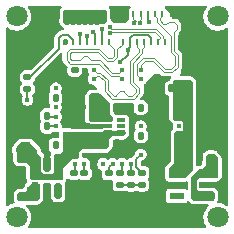
<source format=gbr>
%TF.GenerationSoftware,KiCad,Pcbnew,9.0.2*%
%TF.CreationDate,2025-10-20T10:27:04+08:00*%
%TF.ProjectId,IMX415,494d5834-3135-42e6-9b69-6361645f7063,rev?*%
%TF.SameCoordinates,Original*%
%TF.FileFunction,Copper,L4,Bot*%
%TF.FilePolarity,Positive*%
%FSLAX46Y46*%
G04 Gerber Fmt 4.6, Leading zero omitted, Abs format (unit mm)*
G04 Created by KiCad (PCBNEW 9.0.2) date 2025-10-20 10:27:04*
%MOMM*%
%LPD*%
G01*
G04 APERTURE LIST*
G04 Aperture macros list*
%AMRoundRect*
0 Rectangle with rounded corners*
0 $1 Rounding radius*
0 $2 $3 $4 $5 $6 $7 $8 $9 X,Y pos of 4 corners*
0 Add a 4 corners polygon primitive as box body*
4,1,4,$2,$3,$4,$5,$6,$7,$8,$9,$2,$3,0*
0 Add four circle primitives for the rounded corners*
1,1,$1+$1,$2,$3*
1,1,$1+$1,$4,$5*
1,1,$1+$1,$6,$7*
1,1,$1+$1,$8,$9*
0 Add four rect primitives between the rounded corners*
20,1,$1+$1,$2,$3,$4,$5,0*
20,1,$1+$1,$4,$5,$6,$7,0*
20,1,$1+$1,$6,$7,$8,$9,0*
20,1,$1+$1,$8,$9,$2,$3,0*%
G04 Aperture macros list end*
%TA.AperFunction,SMDPad,CuDef*%
%ADD10RoundRect,0.140000X-0.140000X-0.170000X0.140000X-0.170000X0.140000X0.170000X-0.140000X0.170000X0*%
%TD*%
%TA.AperFunction,SMDPad,CuDef*%
%ADD11RoundRect,0.135000X-0.185000X0.135000X-0.185000X-0.135000X0.185000X-0.135000X0.185000X0.135000X0*%
%TD*%
%TA.AperFunction,ComponentPad*%
%ADD12C,1.800000*%
%TD*%
%TA.AperFunction,SMDPad,CuDef*%
%ADD13RoundRect,0.140000X0.170000X-0.140000X0.170000X0.140000X-0.170000X0.140000X-0.170000X-0.140000X0*%
%TD*%
%TA.AperFunction,SMDPad,CuDef*%
%ADD14RoundRect,0.140000X0.140000X0.170000X-0.140000X0.170000X-0.140000X-0.170000X0.140000X-0.170000X0*%
%TD*%
%TA.AperFunction,SMDPad,CuDef*%
%ADD15R,0.220000X0.520000*%
%TD*%
%TA.AperFunction,SMDPad,CuDef*%
%ADD16R,0.700000X0.700000*%
%TD*%
%TA.AperFunction,SMDPad,CuDef*%
%ADD17R,1.200000X0.700000*%
%TD*%
%TA.AperFunction,SMDPad,CuDef*%
%ADD18R,1.000000X0.700000*%
%TD*%
%TA.AperFunction,SMDPad,CuDef*%
%ADD19R,1.200000X0.600000*%
%TD*%
%TA.AperFunction,SMDPad,CuDef*%
%ADD20RoundRect,0.135000X0.185000X-0.135000X0.185000X0.135000X-0.185000X0.135000X-0.185000X-0.135000X0*%
%TD*%
%TA.AperFunction,SMDPad,CuDef*%
%ADD21RoundRect,0.070000X0.355000X-0.070000X0.355000X0.070000X-0.355000X0.070000X-0.355000X-0.070000X0*%
%TD*%
%TA.AperFunction,SMDPad,CuDef*%
%ADD22RoundRect,0.070000X0.305000X-0.070000X0.305000X0.070000X-0.305000X0.070000X-0.305000X-0.070000X0*%
%TD*%
%TA.AperFunction,SMDPad,CuDef*%
%ADD23RoundRect,0.150000X-0.150000X0.512500X-0.150000X-0.512500X0.150000X-0.512500X0.150000X0.512500X0*%
%TD*%
%TA.AperFunction,SMDPad,CuDef*%
%ADD24RoundRect,0.140000X-0.170000X0.140000X-0.170000X-0.140000X0.170000X-0.140000X0.170000X0.140000X0*%
%TD*%
%TA.AperFunction,ViaPad*%
%ADD25C,0.400000*%
%TD*%
%TA.AperFunction,Conductor*%
%ADD26C,0.156500*%
%TD*%
%TA.AperFunction,Conductor*%
%ADD27C,0.200000*%
%TD*%
%TA.AperFunction,Conductor*%
%ADD28C,0.108000*%
%TD*%
G04 APERTURE END LIST*
D10*
%TO.P,C22,2*%
%TO.N,GND*%
X163194999Y-112690000D03*
%TO.P,C22,1*%
%TO.N,VCC*%
X162234999Y-112690000D03*
%TD*%
D11*
%TO.P,R3,1*%
%TO.N,/XCLR*%
X163480000Y-115180001D03*
%TO.P,R3,2*%
%TO.N,OVDD*%
X163480000Y-116199999D03*
%TD*%
%TO.P,R4,1*%
%TO.N,Net-(J2-Pad24)*%
X155655000Y-107090001D03*
%TO.P,R4,2*%
%TO.N,/INCK*%
X155655000Y-108109999D03*
%TD*%
D12*
%TO.P,J1,*%
%TO.N,*%
X154753700Y-101950271D03*
X154753700Y-118950271D03*
X171753700Y-101950271D03*
X171753700Y-118950271D03*
%TD*%
D13*
%TO.P,C21,1*%
%TO.N,VCC*%
X171160000Y-113990000D03*
%TO.P,C21,2*%
%TO.N,GND*%
X171160000Y-113030000D03*
%TD*%
D10*
%TO.P,C25,1*%
%TO.N,DVDD*%
X169280000Y-113970000D03*
%TO.P,C25,2*%
%TO.N,GND*%
X170240000Y-113970000D03*
%TD*%
D14*
%TO.P,C24,1*%
%TO.N,GND*%
X163184999Y-109730000D03*
%TO.P,C24,2*%
%TO.N,AVDD*%
X162224999Y-109730000D03*
%TD*%
D15*
%TO.P,J2,1,1*%
%TO.N,/DMO1P*%
X167328700Y-104125000D03*
%TO.P,J2,2,2*%
%TO.N,/DMO2P*%
X167028700Y-101755000D03*
%TO.P,J2,3,3*%
%TO.N,/DMO1N*%
X166728700Y-104125000D03*
%TO.P,J2,4,4*%
%TO.N,/DMO2N*%
X166428700Y-101755000D03*
%TO.P,J2,5,5*%
%TO.N,GND*%
X166128700Y-104125000D03*
%TO.P,J2,6,6*%
X165828700Y-101755000D03*
%TO.P,J2,7,7*%
%TO.N,/DMO3P*%
X165528700Y-104125000D03*
%TO.P,J2,8,8*%
%TO.N,/DMO4P*%
X165228700Y-101755000D03*
%TO.P,J2,9,9*%
%TO.N,/DMO3N*%
X164928700Y-104125000D03*
%TO.P,J2,10,10*%
%TO.N,/DMO4N*%
X164628700Y-101755000D03*
%TO.P,J2,11,11*%
%TO.N,GND*%
X164328701Y-104125000D03*
%TO.P,J2,12,12*%
X164028701Y-101755000D03*
%TO.P,J2,13,13*%
%TO.N,/DCKN*%
X163728701Y-104125000D03*
%TO.P,J2,14,14*%
%TO.N,/DCKP*%
X162528699Y-104125000D03*
%TO.P,J2,15,15*%
%TO.N,VCC*%
X162228699Y-101755000D03*
%TO.P,J2,16,16*%
%TO.N,GND*%
X161928699Y-104125000D03*
%TO.P,J2,17,17*%
%TO.N,VCC*%
X161628700Y-101755000D03*
%TO.P,J2,18,18*%
%TO.N,/XCLR*%
X161328700Y-104125000D03*
%TO.P,J2,19,19*%
%TO.N,VCC*%
X161028700Y-101755000D03*
%TO.P,J2,20,20*%
%TO.N,/SDA*%
X160728700Y-104125000D03*
%TO.P,J2,21,21*%
%TO.N,VCC*%
X160428700Y-101755000D03*
%TO.P,J2,22,22*%
%TO.N,/SCL*%
X160128700Y-104125000D03*
%TO.P,J2,23,23*%
%TO.N,VCC*%
X159828700Y-101755000D03*
%TO.P,J2,24,24*%
%TO.N,Net-(J2-Pad24)*%
X159528700Y-104125000D03*
%TO.P,J2,25,25*%
%TO.N,VCC*%
X159228700Y-101755000D03*
%TO.P,J2,26,26*%
%TO.N,GND*%
X158928700Y-104125000D03*
D16*
%TO.P,J2,G1,GND*%
X168728700Y-104114999D03*
D17*
%TO.P,J2,G2,GND_2*%
X168478700Y-101815000D03*
D18*
%TO.P,J2,G3,GND_3*%
X163128700Y-101815000D03*
D17*
%TO.P,J2,G4,GND_4*%
X157778700Y-101815000D03*
D16*
%TO.P,J2,G5,GND_5*%
X157528700Y-104114999D03*
%TD*%
D10*
%TO.P,C2,1*%
%TO.N,AVDD*%
X165260000Y-112060000D03*
%TO.P,C2,2*%
%TO.N,GND*%
X166220000Y-112060000D03*
%TD*%
%TO.P,C12,1*%
%TO.N,GND*%
X157070000Y-108870000D03*
%TO.P,C12,2*%
%TO.N,OVDD*%
X158030000Y-108870000D03*
%TD*%
D14*
%TO.P,C17,1*%
%TO.N,GND*%
X170240000Y-108730000D03*
%TO.P,C17,2*%
%TO.N,DVDD*%
X169280000Y-108730000D03*
%TD*%
D10*
%TO.P,C13,1*%
%TO.N,DVDD*%
X169270000Y-112860000D03*
%TO.P,C13,2*%
%TO.N,GND*%
X170230000Y-112860000D03*
%TD*%
D13*
%TO.P,C10,1*%
%TO.N,GND*%
X159560000Y-116180000D03*
%TO.P,C10,2*%
%TO.N,Net-(U1A-VRLRS)*%
X159560000Y-115220000D03*
%TD*%
%TO.P,C3,1*%
%TO.N,GND*%
X162540000Y-116190000D03*
%TO.P,C3,2*%
%TO.N,OVDD*%
X162540000Y-115230000D03*
%TD*%
D19*
%TO.P,PS1,1,IN*%
%TO.N,VCC*%
X170780000Y-115260000D03*
%TO.P,PS1,2,GND*%
%TO.N,GND*%
X170779999Y-116210000D03*
%TO.P,PS1,3,EN*%
%TO.N,VCC*%
X170780000Y-117160000D03*
%TO.P,PS1,4,NC*%
%TO.N,unconnected-(PS1-NC-Pad4)*%
X168280000Y-117160000D03*
%TO.P,PS1,5,OUT*%
%TO.N,DVDD*%
X168280000Y-115260000D03*
%TD*%
D14*
%TO.P,C7,1*%
%TO.N,GND*%
X170240000Y-110570000D03*
%TO.P,C7,2*%
%TO.N,DVDD*%
X169280000Y-110570000D03*
%TD*%
D10*
%TO.P,C15,1*%
%TO.N,GND*%
X166880000Y-108030000D03*
%TO.P,C15,2*%
%TO.N,DVDD*%
X167840000Y-108030000D03*
%TD*%
D11*
%TO.P,R1,1*%
%TO.N,/SDA*%
X164420000Y-115190001D03*
%TO.P,R1,2*%
%TO.N,OVDD*%
X164420000Y-116209999D03*
%TD*%
D13*
%TO.P,C6,1*%
%TO.N,GND*%
X159650000Y-107460000D03*
%TO.P,C6,2*%
%TO.N,DVDD*%
X159650000Y-106500000D03*
%TD*%
D14*
%TO.P,C16,1*%
%TO.N,GND*%
X170240000Y-109650000D03*
%TO.P,C16,2*%
%TO.N,DVDD*%
X169280000Y-109650000D03*
%TD*%
D20*
%TO.P,R2,1*%
%TO.N,OVDD*%
X165360000Y-116209999D03*
%TO.P,R2,2*%
%TO.N,/SCL*%
X165360000Y-115190001D03*
%TD*%
D10*
%TO.P,C1,1*%
%TO.N,GND*%
X160278700Y-110492772D03*
%TO.P,C1,2*%
%TO.N,AVDD*%
X161238700Y-110492772D03*
%TD*%
D13*
%TO.P,C19,1*%
%TO.N,GND*%
X160480000Y-116190000D03*
%TO.P,C19,2*%
%TO.N,Net-(U1A-VRLT)*%
X160480000Y-115230000D03*
%TD*%
D21*
%TO.P,U3,1,IN*%
%TO.N,VCC*%
X162479999Y-111709999D03*
D22*
%TO.P,U3,2,GND*%
%TO.N,GND*%
X162430000Y-111210000D03*
%TO.P,U3,3,OUT*%
%TO.N,AVDD*%
X162429999Y-110710000D03*
%TO.P,U3,4,NC*%
%TO.N,unconnected-(U3-NC-Pad4)*%
X163579999Y-110710000D03*
%TO.P,U3,5,NC*%
%TO.N,unconnected-(U3-NC-Pad5)*%
X163579998Y-111210000D03*
%TO.P,U3,6,EN*%
%TO.N,VCC*%
X163579999Y-111710000D03*
%TD*%
D10*
%TO.P,C18,1*%
%TO.N,GND*%
X157070000Y-112860000D03*
%TO.P,C18,2*%
%TO.N,Net-(U1A-VRHT)*%
X158030000Y-112860000D03*
%TD*%
D23*
%TO.P,U2,1,IN*%
%TO.N,VCC*%
X156347501Y-114452500D03*
%TO.P,U2,2,GND*%
%TO.N,GND*%
X157297500Y-114452500D03*
%TO.P,U2,3,EN*%
%TO.N,VCC*%
X158247499Y-114452500D03*
%TO.P,U2,4,NC*%
%TO.N,unconnected-(U2-NC-Pad4)*%
X158247499Y-116727500D03*
%TO.P,U2,5,OUT*%
%TO.N,OVDD*%
X156347501Y-116727500D03*
%TD*%
D14*
%TO.P,C8,1*%
%TO.N,GND*%
X170240000Y-107810000D03*
%TO.P,C8,2*%
%TO.N,DVDD*%
X169280000Y-107810000D03*
%TD*%
%TO.P,C4,1*%
%TO.N,DVDD*%
X157330000Y-111270000D03*
%TO.P,C4,2*%
%TO.N,GND*%
X156370000Y-111270000D03*
%TD*%
D10*
%TO.P,C5,1*%
%TO.N,DVDD*%
X169270000Y-111940000D03*
%TO.P,C5,2*%
%TO.N,GND*%
X170230000Y-111940000D03*
%TD*%
%TO.P,C11,1*%
%TO.N,AVDD*%
X165240000Y-109670000D03*
%TO.P,C11,2*%
%TO.N,GND*%
X166200000Y-109670000D03*
%TD*%
D14*
%TO.P,C14,1*%
%TO.N,DVDD*%
X157330000Y-110350000D03*
%TO.P,C14,2*%
%TO.N,GND*%
X156370000Y-110350000D03*
%TD*%
D10*
%TO.P,C9,1*%
%TO.N,GND*%
X160278700Y-108842772D03*
%TO.P,C9,2*%
%TO.N,AVDD*%
X161238700Y-108842772D03*
%TD*%
D13*
%TO.P,C23,1*%
%TO.N,OVDD*%
X155130000Y-117229999D03*
%TO.P,C23,2*%
%TO.N,GND*%
X155130000Y-116269999D03*
%TD*%
D24*
%TO.P,C20,1*%
%TO.N,VCC*%
X155140001Y-113969999D03*
%TO.P,C20,2*%
%TO.N,GND*%
X155140001Y-114929999D03*
%TD*%
D25*
%TO.N,GND*%
X158928700Y-104125000D03*
X165960000Y-102460000D03*
%TO.N,VCC*%
X155230000Y-112880000D03*
X154810000Y-113270000D03*
X171250000Y-114640000D03*
X171160000Y-113990000D03*
X170780000Y-117160000D03*
X170780000Y-115260000D03*
X155140001Y-113969999D03*
X161500000Y-102500000D03*
X161000000Y-102500000D03*
X160500000Y-102500000D03*
X160000000Y-102500000D03*
X159500000Y-102500000D03*
X159000000Y-102500000D03*
%TO.N,/SCL*%
X160130000Y-103475000D03*
%TO.N,/XCLR*%
X161191200Y-103278800D03*
%TO.N,GND*%
X159653701Y-110450271D03*
X166853700Y-112050271D03*
%TO.N,/INCK*%
X155655000Y-109025000D03*
%TO.N,/SDA*%
X160725000Y-103620000D03*
%TO.N,AVDD*%
X161253700Y-109650271D03*
X161253701Y-108850272D03*
X165253700Y-112050271D03*
X165253700Y-111250271D03*
X165253700Y-109650271D03*
X161253700Y-110450271D03*
%TO.N,GND*%
X166853700Y-111250271D03*
X164130000Y-104770000D03*
X168478700Y-101815000D03*
X160453701Y-109650272D03*
X163470000Y-105850000D03*
X160453700Y-111250270D03*
X159653700Y-108050271D03*
X161253700Y-113650271D03*
X163128700Y-101815000D03*
X166853700Y-108850271D03*
X166853700Y-113650271D03*
X157778700Y-101815000D03*
X160453700Y-107250271D03*
X161930000Y-103030000D03*
X158853700Y-108850271D03*
X165253701Y-110450271D03*
X166053700Y-108850271D03*
X158053700Y-112050271D03*
X160453700Y-113650271D03*
X159653700Y-111250271D03*
X162053700Y-113650271D03*
X168728700Y-104114999D03*
X166053700Y-108050271D03*
X157528700Y-104114999D03*
X158853700Y-108050271D03*
%TO.N,OVDD*%
X162853700Y-114450271D03*
X158053700Y-108850271D03*
X158053701Y-109650271D03*
X168453700Y-111250271D03*
X155150000Y-117250000D03*
X164430000Y-116209999D03*
%TO.N,DVDD*%
X168453700Y-109650271D03*
X158053700Y-111250271D03*
X158053700Y-108050271D03*
X168453700Y-108050271D03*
X168453700Y-112050271D03*
X168453700Y-108850271D03*
X158053700Y-110450271D03*
X168453700Y-112850271D03*
X168453700Y-110450271D03*
X159653700Y-106450272D03*
X162053700Y-114450271D03*
%TO.N,Net-(U1A-VRLRS)*%
X159653700Y-114450272D03*
%TO.N,Net-(U1A-VRHT)*%
X158053700Y-112850271D03*
%TO.N,Net-(U1A-VRLT)*%
X160453700Y-114450271D03*
%TO.N,/SDA*%
X164453700Y-114450271D03*
%TO.N,/SCL*%
X165253700Y-113650271D03*
%TO.N,/DMO2N*%
X165253700Y-107250271D03*
%TO.N,/DMO3P*%
X161253700Y-107250271D03*
%TO.N,/DCKP*%
X163653700Y-107250272D03*
%TO.N,/DCKN*%
X163653701Y-106450272D03*
%TO.N,/DMO3N*%
X161253700Y-106450270D03*
%TO.N,GND*%
X163653700Y-113650271D03*
%TO.N,/DMO1N*%
X162610000Y-103395000D03*
%TO.N,/DMO4N*%
X164653700Y-102477645D03*
%TO.N,/DMO4P*%
X165203700Y-102477645D03*
%TO.N,/DMO1P*%
X162610000Y-102845000D03*
%TO.N,/XCLR*%
X163653700Y-114450271D03*
%TO.N,/DMO2P*%
X165253700Y-106450270D03*
%TO.N,GND*%
X164453700Y-113650271D03*
%TD*%
D26*
%TO.N,GND*%
X164130000Y-105190000D02*
X163470000Y-105850000D01*
X164130000Y-104770000D02*
X164130000Y-105190000D01*
X165828700Y-102328700D02*
X165960000Y-102460000D01*
X165828700Y-101755000D02*
X165828700Y-102328700D01*
%TO.N,/XCLR*%
X161328700Y-103416300D02*
X161328700Y-104125000D01*
X161191200Y-103278800D02*
X161328700Y-103416300D01*
X161191200Y-103296200D02*
X161330000Y-103435000D01*
X161191200Y-103278800D02*
X161191200Y-103296200D01*
%TO.N,/SCL*%
X160128700Y-103711300D02*
X160128700Y-104125000D01*
X160130000Y-103710000D02*
X160128700Y-103711300D01*
X160130000Y-103475000D02*
X160130000Y-103710000D01*
%TO.N,Net-(J2-Pad24)*%
X158305000Y-104690000D02*
X155904999Y-107090001D01*
X155904999Y-107090001D02*
X155655000Y-107090001D01*
X158305000Y-103795000D02*
X158305000Y-104690000D01*
X158610000Y-103490000D02*
X158305000Y-103795000D01*
X159043700Y-103490000D02*
X158610000Y-103490000D01*
X159528700Y-103975000D02*
X159043700Y-103490000D01*
X159528700Y-104125000D02*
X159528700Y-103975000D01*
%TO.N,/SDA*%
X160725000Y-104121300D02*
X160728700Y-104125000D01*
X160725000Y-103620000D02*
X160725000Y-104121300D01*
%TO.N,Net-(J2-Pad24)*%
X159517235Y-104113535D02*
X159528700Y-104125000D01*
%TO.N,OVDD*%
X164405000Y-116194999D02*
X164420000Y-116209999D01*
X163500000Y-116194999D02*
X164405000Y-116194999D01*
%TO.N,/XCLR*%
X163653700Y-115021301D02*
X163500000Y-115175001D01*
X163653700Y-114450271D02*
X163653700Y-115021301D01*
D27*
%TO.N,OVDD*%
X162570000Y-114733971D02*
X162570000Y-115230000D01*
X162853700Y-114450271D02*
X162570000Y-114733971D01*
D26*
%TO.N,/INCK*%
X155655000Y-108109999D02*
X155655000Y-109025000D01*
%TO.N,GND*%
X165870000Y-103560000D02*
X164570000Y-103560000D01*
X164570000Y-103560000D02*
X164328701Y-103801299D01*
X164328701Y-104571299D02*
X164130000Y-104770000D01*
X166128700Y-104125000D02*
X166128700Y-103818700D01*
X164328701Y-103801299D02*
X164328701Y-104125000D01*
X166128700Y-103818700D02*
X165870000Y-103560000D01*
X164328701Y-104125000D02*
X164328701Y-104571299D01*
X161928699Y-103031301D02*
X161930000Y-103030000D01*
X161928699Y-104125000D02*
X161928699Y-103031301D01*
%TO.N,OVDD*%
X165360000Y-116209999D02*
X164430000Y-116209999D01*
X164430000Y-116209999D02*
X164420000Y-116209999D01*
%TO.N,DVDD*%
X167840000Y-108030000D02*
X168433429Y-108030000D01*
X158053700Y-111250271D02*
X157349729Y-111250271D01*
X157349729Y-111250271D02*
X157330000Y-111270000D01*
X168433429Y-108030000D02*
X168453700Y-108050271D01*
X158053700Y-110450271D02*
X157430271Y-110450271D01*
X157430271Y-110450271D02*
X157330000Y-110350000D01*
%TO.N,Net-(U1A-VRLRS)*%
X159653700Y-114450272D02*
X159653700Y-115126300D01*
X159653700Y-115126300D02*
X159560000Y-115220000D01*
%TO.N,Net-(U1A-VRLT)*%
X160453700Y-115203700D02*
X160480000Y-115230000D01*
X160453700Y-114450271D02*
X160453700Y-115203700D01*
%TO.N,VCC*%
X162479999Y-111709999D02*
X163579999Y-111710000D01*
%TO.N,/SDA*%
X164420000Y-115190001D02*
X164420000Y-114483971D01*
X164420000Y-114483971D02*
X164453700Y-114450271D01*
%TO.N,/SCL*%
X164874450Y-114029521D02*
X165253700Y-113650271D01*
X165360000Y-115190001D02*
X164874450Y-114704451D01*
X164874450Y-114704451D02*
X164874450Y-114029521D01*
D28*
%TO.N,/DMO2N*%
X167293434Y-106406000D02*
X166378434Y-105491000D01*
X168116000Y-106096566D02*
X167806566Y-106406000D01*
X166599700Y-102387134D02*
X167796000Y-103583434D01*
X166378434Y-105491000D02*
X165439000Y-105491000D01*
X164909800Y-106020200D02*
X164909800Y-106906371D01*
X167806566Y-106406000D02*
X167293434Y-106406000D01*
X164909800Y-106906371D02*
X165253700Y-107250271D01*
X165439000Y-105491000D02*
X164909800Y-106020200D01*
X166428700Y-101905000D02*
X166599700Y-102076000D01*
X167796000Y-105008434D02*
X168116000Y-105328434D01*
X167796000Y-103583434D02*
X167796000Y-105008434D01*
X168116000Y-105328434D02*
X168116000Y-106096566D01*
X166599700Y-102076000D02*
X166599700Y-102387134D01*
X166428700Y-101755000D02*
X166428700Y-101905000D01*
%TO.N,/DMO3P*%
X164574000Y-107466566D02*
X164574000Y-105878434D01*
X162191000Y-107463434D02*
X162191000Y-108278434D01*
X165528700Y-104515001D02*
X165528700Y-104125000D01*
X162841566Y-108929000D02*
X164633434Y-108929000D01*
X165357700Y-105094734D02*
X165357700Y-104686001D01*
X165094000Y-107986566D02*
X164574000Y-107466566D01*
X164574000Y-105878434D02*
X165357700Y-105094734D01*
X161524701Y-106979270D02*
X161706836Y-106979270D01*
X165357700Y-104686001D02*
X165528700Y-104515001D01*
X164633434Y-108929000D02*
X165094000Y-108468434D01*
X161706836Y-106979270D02*
X162191000Y-107463434D01*
X161253700Y-107250271D02*
X161524701Y-106979270D01*
X165094000Y-108468434D02*
X165094000Y-107986566D01*
X162191000Y-108278434D02*
X162841566Y-108929000D01*
%TO.N,/DCKP*%
X162501251Y-105498817D02*
X162788749Y-105498817D01*
X158966000Y-105628434D02*
X158966000Y-105001566D01*
X161713434Y-104711000D02*
X162501251Y-105498817D01*
X159256566Y-104711000D02*
X161713434Y-104711000D01*
X158966000Y-105001566D02*
X159256566Y-104711000D01*
X163653700Y-107250272D02*
X163382700Y-106979272D01*
X162788749Y-105498817D02*
X162999700Y-105287866D01*
X159281566Y-105944000D02*
X158966000Y-105628434D01*
X162718589Y-106979272D02*
X161683317Y-105944000D01*
X161683317Y-105944000D02*
X159281566Y-105944000D01*
X163382700Y-106979272D02*
X162718589Y-106979272D01*
X162528699Y-104275000D02*
X162528699Y-104125000D01*
X162999700Y-105287866D02*
X162999700Y-104746001D01*
X162999700Y-104746001D02*
X162528699Y-104275000D01*
%TO.N,/DCKN*%
X159388434Y-105686000D02*
X160128831Y-105686000D01*
X163728701Y-104125000D02*
X163728701Y-104275000D01*
X162895617Y-105756817D02*
X162394383Y-105756817D01*
X159363434Y-104969000D02*
X159224000Y-105108434D01*
X160503349Y-105311482D02*
X160728831Y-105311482D01*
X159224000Y-105108434D02*
X159224000Y-105521566D01*
X163257700Y-105394734D02*
X162895617Y-105756817D01*
X163728701Y-104275000D02*
X163257700Y-104746001D01*
X161790185Y-105686000D02*
X162825457Y-106721272D01*
X159224000Y-105521566D02*
X159388434Y-105686000D01*
X161606566Y-104969000D02*
X159363434Y-104969000D01*
X163382700Y-106721272D02*
X163653701Y-106450272D01*
X162825457Y-106721272D02*
X163382700Y-106721272D01*
X162394383Y-105756817D02*
X161606566Y-104969000D01*
X161103349Y-105686000D02*
X161790185Y-105686000D01*
X163257700Y-104746001D02*
X163257700Y-105394734D01*
X160128831Y-105686000D02*
G75*
G03*
X160316100Y-105498741I-31J187300D01*
G01*
X160316090Y-105498741D02*
G75*
G02*
X160503349Y-105311490I187210J41D01*
G01*
X160728831Y-105311482D02*
G75*
G02*
X160916018Y-105498741I-31J-187218D01*
G01*
X160916090Y-105498741D02*
G75*
G03*
X161103349Y-105685910I187210J41D01*
G01*
%TO.N,/DMO3N*%
X162948434Y-108671000D02*
X163185428Y-108671000D01*
X164836000Y-108093434D02*
X164316000Y-107573434D01*
X161524701Y-106721270D02*
X161813704Y-106721270D01*
X165099700Y-104987866D02*
X165099700Y-104686001D01*
X163559950Y-108296478D02*
X163785428Y-108296478D01*
X164928700Y-104515001D02*
X164928700Y-104125000D01*
X165099700Y-104686001D02*
X164928700Y-104515001D01*
X162449000Y-107356566D02*
X162449000Y-108171566D01*
X164159950Y-108671000D02*
X164526566Y-108671000D01*
X161253700Y-106450270D02*
X161524701Y-106721270D01*
X161813704Y-106721270D02*
X162449000Y-107356566D01*
X164316000Y-107573434D02*
X164316000Y-105771566D01*
X164316000Y-105771566D02*
X165099700Y-104987866D01*
X162449000Y-108171566D02*
X162948434Y-108671000D01*
X164836000Y-108361566D02*
X164836000Y-108093434D01*
X164526566Y-108671000D02*
X164836000Y-108361566D01*
X163372689Y-108483739D02*
G75*
G02*
X163559950Y-108296489I187211J39D01*
G01*
X163785428Y-108296478D02*
G75*
G02*
X163972622Y-108483739I-28J-187222D01*
G01*
X163185428Y-108671000D02*
G75*
G03*
X163372700Y-108483739I-28J187300D01*
G01*
X163972689Y-108483739D02*
G75*
G03*
X164159950Y-108670911I187211J39D01*
G01*
%TO.N,/DMO1N*%
X166728700Y-103975000D02*
X166899700Y-103804000D01*
X166899700Y-103804000D02*
X166899700Y-103692134D01*
X166899700Y-103692134D02*
X166456566Y-103249000D01*
X162756000Y-103249000D02*
X162610000Y-103395000D01*
X166456566Y-103249000D02*
X162756000Y-103249000D01*
X166728700Y-104125000D02*
X166728700Y-103975000D01*
%TO.N,/DMO4N*%
X164799700Y-102331645D02*
X164653700Y-102477645D01*
X164628700Y-102145001D02*
X164799700Y-102316001D01*
X164799700Y-102316001D02*
X164799700Y-102331645D01*
X164628700Y-101755000D02*
X164628700Y-102145001D01*
%TO.N,/DMO4P*%
X165228700Y-101755000D02*
X165228700Y-102145001D01*
X165057700Y-102316001D02*
X165057700Y-102331645D01*
X165228700Y-102145001D02*
X165057700Y-102316001D01*
X165057700Y-102331645D02*
X165203700Y-102477645D01*
%TO.N,/DMO1P*%
X166563434Y-102991000D02*
X162756000Y-102991000D01*
X167328700Y-104125000D02*
X167328700Y-103975000D01*
X167157700Y-103804000D02*
X167157700Y-103585266D01*
X167328700Y-103975000D02*
X167157700Y-103804000D01*
X167157700Y-103585266D02*
X166563434Y-102991000D01*
X162756000Y-102991000D02*
X162610000Y-102845000D01*
%TO.N,/DMO2P*%
X166271566Y-105749000D02*
X165566000Y-105749000D01*
X167420000Y-102585000D02*
X167605000Y-102400000D01*
X168055000Y-102400000D02*
X168295000Y-102640000D01*
X167028700Y-101905000D02*
X166857700Y-102076000D01*
X167155000Y-102585000D02*
X167420000Y-102585000D01*
X167186566Y-106664000D02*
X166271566Y-105749000D01*
X168295000Y-102640000D02*
X168295000Y-103000000D01*
X168054000Y-104901566D02*
X168374000Y-105221566D01*
X166857700Y-102287700D02*
X167155000Y-102585000D01*
X168054000Y-103241000D02*
X168054000Y-104901566D01*
X167028700Y-101755000D02*
X167028700Y-101905000D01*
X168374000Y-106203434D02*
X167913434Y-106664000D01*
X165253700Y-106061300D02*
X165253700Y-106450270D01*
X167913434Y-106664000D02*
X167186566Y-106664000D01*
X166857700Y-102076000D02*
X166857700Y-102287700D01*
X165566000Y-105749000D02*
X165253700Y-106061300D01*
X167605000Y-102400000D02*
X168055000Y-102400000D01*
X168374000Y-105221566D02*
X168374000Y-106203434D01*
X168295000Y-103000000D02*
X168054000Y-103241000D01*
%TD*%
%TA.AperFunction,Conductor*%
%TO.N,VCC*%
G36*
X156748326Y-113768326D02*
G01*
X156770000Y-113820652D01*
X156770000Y-115050000D01*
X157010000Y-115290000D01*
X157700000Y-115290000D01*
X157900000Y-115090000D01*
X157900000Y-114760000D01*
X158550000Y-114760000D01*
X158660000Y-114870000D01*
X158660000Y-115699348D01*
X158638326Y-115751674D01*
X158621674Y-115768326D01*
X158569348Y-115790000D01*
X156040652Y-115790000D01*
X155988326Y-115768326D01*
X155851674Y-115631674D01*
X155830000Y-115579348D01*
X155830000Y-114620000D01*
X155540000Y-114330000D01*
X154890652Y-114330000D01*
X154838326Y-114308326D01*
X154791674Y-114261674D01*
X154770000Y-114209348D01*
X154770000Y-113700000D01*
X154950000Y-113520000D01*
X156500000Y-113520000D01*
X156748326Y-113768326D01*
G37*
%TD.AperFunction*%
%TD*%
%TA.AperFunction,Conductor*%
%TO.N,VCC*%
G36*
X171477183Y-113628907D02*
G01*
X171488996Y-113638996D01*
X171771004Y-113921004D01*
X171798781Y-113975521D01*
X171800000Y-113991008D01*
X171800000Y-115468992D01*
X171797531Y-115476589D01*
X171798781Y-115484479D01*
X171788256Y-115505134D01*
X171781093Y-115527183D01*
X171771004Y-115538996D01*
X171678996Y-115631004D01*
X171624479Y-115658781D01*
X171608992Y-115660000D01*
X170149999Y-115660000D01*
X170069781Y-115740217D01*
X170062880Y-115747117D01*
X170035447Y-115765448D01*
X170017119Y-115792877D01*
X170010219Y-115799777D01*
X170010220Y-115799777D01*
X169980000Y-115829998D01*
X169980000Y-115880300D01*
X169979524Y-115889999D01*
X169979499Y-115890252D01*
X169979499Y-116529747D01*
X169979523Y-116529991D01*
X169980000Y-116539698D01*
X169980000Y-116600000D01*
X170130000Y-116750000D01*
X171328992Y-116750000D01*
X171336589Y-116752468D01*
X171344479Y-116751219D01*
X171365134Y-116761743D01*
X171387183Y-116768907D01*
X171398996Y-116778996D01*
X171471004Y-116851004D01*
X171498781Y-116905521D01*
X171500000Y-116921008D01*
X171500000Y-117388992D01*
X171481093Y-117447183D01*
X171471004Y-117458996D01*
X171408996Y-117521004D01*
X171354479Y-117548781D01*
X171338992Y-117550000D01*
X169741008Y-117550000D01*
X169733410Y-117547531D01*
X169725521Y-117548781D01*
X169704865Y-117538256D01*
X169682817Y-117531093D01*
X169671004Y-117521004D01*
X169558996Y-117408996D01*
X169531219Y-117354479D01*
X169530000Y-117338992D01*
X169530000Y-115551008D01*
X169548907Y-115492817D01*
X169558996Y-115481004D01*
X170121004Y-114918996D01*
X170175521Y-114891219D01*
X170191008Y-114890000D01*
X170439999Y-114890000D01*
X170440000Y-114890000D01*
X170760000Y-114570000D01*
X170760000Y-113821008D01*
X170762468Y-113813410D01*
X170761219Y-113805521D01*
X170771743Y-113784865D01*
X170778907Y-113762817D01*
X170788996Y-113751004D01*
X170901004Y-113638996D01*
X170955521Y-113611219D01*
X170971008Y-113610000D01*
X171418992Y-113610000D01*
X171477183Y-113628907D01*
G37*
%TD.AperFunction*%
%TD*%
%TA.AperFunction,Conductor*%
%TO.N,GND*%
G36*
X160911145Y-111013663D02*
G01*
X160970652Y-111025500D01*
X160970654Y-111025500D01*
X162755500Y-111025500D01*
X162830000Y-111100000D01*
X162830000Y-111419499D01*
X162103285Y-111419499D01*
X162038965Y-111432291D01*
X161997496Y-111460000D01*
X159410000Y-111460000D01*
X159360000Y-111410000D01*
X159360000Y-111080000D01*
X159440000Y-111000000D01*
X160878159Y-111000000D01*
X160911145Y-111013663D01*
G37*
%TD.AperFunction*%
%TD*%
%TA.AperFunction,Conductor*%
%TO.N,OVDD*%
G36*
X156581674Y-116031674D02*
G01*
X156658326Y-116108326D01*
X156680000Y-116160652D01*
X156680000Y-117319348D01*
X156658326Y-117371674D01*
X156471674Y-117558326D01*
X156419348Y-117580000D01*
X154940652Y-117580000D01*
X154888326Y-117558326D01*
X154821674Y-117491674D01*
X154800000Y-117439348D01*
X154800000Y-117020652D01*
X154821674Y-116968326D01*
X154928326Y-116861674D01*
X154980652Y-116840000D01*
X155430000Y-116840000D01*
X155640000Y-116630000D01*
X155640000Y-116420652D01*
X155661674Y-116368326D01*
X155998326Y-116031674D01*
X156050652Y-116010000D01*
X156529348Y-116010000D01*
X156581674Y-116031674D01*
G37*
%TD.AperFunction*%
%TD*%
%TA.AperFunction,Conductor*%
%TO.N,DVDD*%
G36*
X169476674Y-107346674D02*
G01*
X169618326Y-107488326D01*
X169640000Y-107540652D01*
X169640000Y-111760000D01*
X168790000Y-111760000D01*
X168670000Y-111640000D01*
X168740000Y-111640000D01*
X168830000Y-111550000D01*
X168830000Y-110960000D01*
X168700000Y-110830000D01*
X168230652Y-110830000D01*
X168178326Y-110808326D01*
X167971674Y-110601674D01*
X167950000Y-110549348D01*
X167950000Y-107520652D01*
X167971674Y-107468326D01*
X168093326Y-107346674D01*
X168145652Y-107325000D01*
X169424348Y-107325000D01*
X169476674Y-107346674D01*
G37*
%TD.AperFunction*%
%TD*%
%TA.AperFunction,Conductor*%
%TO.N,AVDD*%
G36*
X161791674Y-108491674D02*
G01*
X162608326Y-109308326D01*
X162630000Y-109360652D01*
X162630000Y-110215001D01*
X162848326Y-110433327D01*
X162870000Y-110485653D01*
X162870000Y-110796000D01*
X162848326Y-110848326D01*
X162796000Y-110870000D01*
X160970652Y-110870000D01*
X160918326Y-110848326D01*
X160881674Y-110811674D01*
X160860000Y-110759348D01*
X160860000Y-108670652D01*
X160881674Y-108618326D01*
X161008326Y-108491674D01*
X161060652Y-108470000D01*
X161739348Y-108470000D01*
X161791674Y-108491674D01*
G37*
%TD.AperFunction*%
%TD*%
%TA.AperFunction,Conductor*%
%TO.N,DVDD*%
G36*
X169640000Y-111760000D02*
G01*
X169640000Y-114959348D01*
X169618326Y-115011674D01*
X168991674Y-115638326D01*
X168939348Y-115660000D01*
X167690652Y-115660000D01*
X167638326Y-115638326D01*
X167631674Y-115631674D01*
X167610000Y-115579348D01*
X167610000Y-114860652D01*
X167631674Y-114808326D01*
X168080000Y-114360000D01*
X168080000Y-111820652D01*
X168101674Y-111768326D01*
X168208326Y-111661674D01*
X168260652Y-111640000D01*
X168740000Y-111640000D01*
X169520000Y-111640000D01*
X169640000Y-111760000D01*
G37*
%TD.AperFunction*%
%TD*%
%TA.AperFunction,Conductor*%
%TO.N,VCC*%
G36*
X163929191Y-111728907D02*
G01*
X163965155Y-111778407D01*
X163970000Y-111809000D01*
X163970000Y-111838992D01*
X163951093Y-111897183D01*
X163941004Y-111908996D01*
X163798996Y-112051004D01*
X163744479Y-112078781D01*
X163728992Y-112080000D01*
X162860000Y-112080000D01*
X162580000Y-112360000D01*
X162580000Y-112360001D01*
X162580000Y-112878992D01*
X162561093Y-112937183D01*
X162551004Y-112948996D01*
X162308996Y-113191004D01*
X162254479Y-113218781D01*
X162238992Y-113220000D01*
X160310000Y-113220000D01*
X160020000Y-113510000D01*
X160020000Y-113510001D01*
X160020000Y-113828992D01*
X160017531Y-113836589D01*
X160018781Y-113844479D01*
X160008256Y-113865134D01*
X160001093Y-113887183D01*
X159991004Y-113898996D01*
X159878996Y-114011004D01*
X159824479Y-114038781D01*
X159808992Y-114040000D01*
X159410000Y-114040000D01*
X158660000Y-114790000D01*
X158660000Y-114870000D01*
X158010000Y-114870000D01*
X157900000Y-114760000D01*
X157900000Y-113771008D01*
X157918907Y-113712817D01*
X157928996Y-113701004D01*
X157971004Y-113658996D01*
X158025521Y-113631219D01*
X158041008Y-113630000D01*
X158409999Y-113630000D01*
X158410000Y-113630000D01*
X158660000Y-113380000D01*
X158660000Y-111809000D01*
X158678907Y-111750809D01*
X158728407Y-111714845D01*
X158759000Y-111710000D01*
X163871000Y-111710000D01*
X163929191Y-111728907D01*
G37*
%TD.AperFunction*%
%TD*%
%TA.AperFunction,Conductor*%
%TO.N,VCC*%
G36*
X162307183Y-101418907D02*
G01*
X162318996Y-101428996D01*
X162356004Y-101466004D01*
X162383781Y-101520521D01*
X162385000Y-101536008D01*
X162385000Y-102258992D01*
X162366093Y-102317183D01*
X162356004Y-102328996D01*
X162113996Y-102571004D01*
X162059479Y-102598781D01*
X162043992Y-102600000D01*
X158871008Y-102600000D01*
X158863410Y-102597531D01*
X158855521Y-102598781D01*
X158834865Y-102588256D01*
X158812817Y-102581093D01*
X158801004Y-102571004D01*
X158693996Y-102463996D01*
X158666219Y-102409479D01*
X158665000Y-102393992D01*
X158665000Y-101561008D01*
X158683907Y-101502817D01*
X158693996Y-101491004D01*
X158756004Y-101428996D01*
X158810521Y-101401219D01*
X158826008Y-101400000D01*
X162248992Y-101400000D01*
X162307183Y-101418907D01*
G37*
%TD.AperFunction*%
%TD*%
%TA.AperFunction,Conductor*%
%TO.N,VCC*%
G36*
X155887183Y-112648907D02*
G01*
X155898996Y-112658996D01*
X156471004Y-113231004D01*
X156498781Y-113285521D01*
X156500000Y-113301008D01*
X156500000Y-113520000D01*
X156320000Y-113700000D01*
X154770000Y-113700000D01*
X154770000Y-112981008D01*
X154788907Y-112922817D01*
X154798996Y-112911004D01*
X155051004Y-112658996D01*
X155105521Y-112631219D01*
X155121008Y-112630000D01*
X155828992Y-112630000D01*
X155887183Y-112648907D01*
G37*
%TD.AperFunction*%
%TD*%
%TA.AperFunction,Conductor*%
%TO.N,GND*%
G36*
X166898411Y-106878907D02*
G01*
X166910217Y-106888990D01*
X166968898Y-106947671D01*
X167049734Y-106994341D01*
X167049736Y-106994341D01*
X167049737Y-106994342D01*
X167073066Y-107000593D01*
X167139892Y-107018499D01*
X167139894Y-107018500D01*
X167750451Y-107018500D01*
X167808642Y-107037407D01*
X167844606Y-107086907D01*
X167844606Y-107148093D01*
X167820456Y-107187501D01*
X167780369Y-107227589D01*
X167755625Y-107252333D01*
X167750719Y-107257354D01*
X167689426Y-107351421D01*
X167684133Y-107364199D01*
X167644395Y-107410723D01*
X167622585Y-107419496D01*
X167622867Y-107420300D01*
X167491841Y-107466148D01*
X167385004Y-107544997D01*
X167384997Y-107545004D01*
X167306148Y-107651841D01*
X167262291Y-107777176D01*
X167262289Y-107777185D01*
X167259500Y-107806923D01*
X167259500Y-108253076D01*
X167262289Y-108282814D01*
X167262291Y-108282823D01*
X167306148Y-108408158D01*
X167384997Y-108514995D01*
X167385004Y-108515002D01*
X167491841Y-108593851D01*
X167491842Y-108593851D01*
X167491843Y-108593852D01*
X167578198Y-108624069D01*
X167626878Y-108661134D01*
X167644500Y-108717513D01*
X167644500Y-110549348D01*
X167644581Y-110556404D01*
X167662945Y-110643457D01*
X167667755Y-110666257D01*
X167667757Y-110666262D01*
X167689436Y-110718601D01*
X167692204Y-110725074D01*
X167755648Y-110817689D01*
X167755650Y-110817691D01*
X167755653Y-110817695D01*
X167948527Y-111010569D01*
X167976303Y-111065084D01*
X167974149Y-111106193D01*
X167961107Y-111154870D01*
X167953200Y-111184379D01*
X167953200Y-111316163D01*
X167958809Y-111337099D01*
X167974034Y-111393920D01*
X167970831Y-111455022D01*
X167948412Y-111489544D01*
X167885668Y-111552289D01*
X167880719Y-111557354D01*
X167819426Y-111651420D01*
X167797752Y-111703747D01*
X167795132Y-111710286D01*
X167795126Y-111710305D01*
X167774500Y-111820651D01*
X167774500Y-114192450D01*
X167755593Y-114250641D01*
X167745504Y-114262453D01*
X167415667Y-114592290D01*
X167410719Y-114597354D01*
X167349426Y-114691420D01*
X167327752Y-114743747D01*
X167325132Y-114750286D01*
X167325126Y-114750305D01*
X167306639Y-114849207D01*
X167304500Y-114860652D01*
X167304500Y-115579348D01*
X167304581Y-115586404D01*
X167323271Y-115674999D01*
X167327755Y-115696257D01*
X167327757Y-115696262D01*
X167349436Y-115748601D01*
X167352204Y-115755074D01*
X167415648Y-115847689D01*
X167415650Y-115847691D01*
X167415653Y-115847695D01*
X167422305Y-115854347D01*
X167427353Y-115859280D01*
X167497520Y-115905000D01*
X167521420Y-115920573D01*
X167573747Y-115942247D01*
X167578134Y-115944004D01*
X167580293Y-115944870D01*
X167580299Y-115944871D01*
X167580305Y-115944873D01*
X167690652Y-115965500D01*
X168939307Y-115965500D01*
X168939348Y-115965500D01*
X168946404Y-115965419D01*
X169056257Y-115942245D01*
X169059990Y-115940699D01*
X169087613Y-115929257D01*
X169148609Y-115924455D01*
X169200779Y-115956423D01*
X169224195Y-116012951D01*
X169224500Y-116020720D01*
X169224500Y-116540522D01*
X169205593Y-116598713D01*
X169156093Y-116634677D01*
X169094907Y-116634677D01*
X169055498Y-116610527D01*
X169052765Y-116607794D01*
X168949991Y-116562415D01*
X168949990Y-116562414D01*
X168949988Y-116562414D01*
X168924868Y-116559500D01*
X167635139Y-116559500D01*
X167635136Y-116559501D01*
X167610009Y-116562414D01*
X167507235Y-116607794D01*
X167427794Y-116687235D01*
X167382414Y-116790011D01*
X167379500Y-116815130D01*
X167379500Y-117504860D01*
X167379501Y-117504863D01*
X167382414Y-117529990D01*
X167396616Y-117562154D01*
X167427794Y-117632765D01*
X167507235Y-117712206D01*
X167610009Y-117757585D01*
X167635135Y-117760500D01*
X168924864Y-117760499D01*
X168949991Y-117757585D01*
X169052765Y-117712206D01*
X169132206Y-117632765D01*
X169144498Y-117604925D01*
X169185295Y-117559333D01*
X169245103Y-117546426D01*
X169301076Y-117571138D01*
X169315154Y-117586725D01*
X169342970Y-117625011D01*
X169342972Y-117625013D01*
X169342975Y-117625017D01*
X169454983Y-117737025D01*
X169472601Y-117753311D01*
X169484414Y-117763400D01*
X169489837Y-117767924D01*
X169566542Y-117809721D01*
X169566168Y-117810457D01*
X169586824Y-117820982D01*
X169587928Y-117821374D01*
X169588422Y-117821644D01*
X169591178Y-117822539D01*
X169591257Y-117822581D01*
X169592717Y-117823078D01*
X169661103Y-117847412D01*
X169689636Y-117848200D01*
X169702377Y-117849380D01*
X169741008Y-117855500D01*
X170913420Y-117855500D01*
X170971611Y-117874407D01*
X171007575Y-117923907D01*
X171007575Y-117985093D01*
X170973975Y-118031340D01*
X170974585Y-118032054D01*
X170971637Y-118034571D01*
X170838009Y-118168199D01*
X170726938Y-118321074D01*
X170641153Y-118489438D01*
X170582758Y-118669157D01*
X170553200Y-118855786D01*
X170553200Y-119044755D01*
X170582758Y-119231384D01*
X170641153Y-119411103D01*
X170726938Y-119579467D01*
X170809120Y-119692580D01*
X170828027Y-119750771D01*
X170809120Y-119808962D01*
X170759620Y-119844926D01*
X170729027Y-119849771D01*
X155778373Y-119849771D01*
X155720182Y-119830864D01*
X155684218Y-119781364D01*
X155684218Y-119720178D01*
X155698280Y-119692580D01*
X155780460Y-119579470D01*
X155866247Y-119411103D01*
X155924640Y-119231389D01*
X155954200Y-119044752D01*
X155954200Y-118855790D01*
X155954200Y-118855786D01*
X155924641Y-118669157D01*
X155924640Y-118669153D01*
X155866247Y-118489439D01*
X155780460Y-118321072D01*
X155669390Y-118168198D01*
X155555693Y-118054501D01*
X155527918Y-117999987D01*
X155537489Y-117939555D01*
X155580754Y-117896290D01*
X155625699Y-117885500D01*
X156419307Y-117885500D01*
X156419348Y-117885500D01*
X156426404Y-117885419D01*
X156536257Y-117862245D01*
X156588583Y-117840571D01*
X156595072Y-117837796D01*
X156595072Y-117837795D01*
X156595074Y-117837795D01*
X156687689Y-117774351D01*
X156687688Y-117774351D01*
X156687695Y-117774347D01*
X156874347Y-117587695D01*
X156879280Y-117582647D01*
X156940571Y-117488583D01*
X156962245Y-117436257D01*
X156964870Y-117429707D01*
X156964871Y-117429698D01*
X156964873Y-117429694D01*
X156985500Y-117319348D01*
X156985500Y-116194500D01*
X157004407Y-116136309D01*
X157053907Y-116100345D01*
X157084500Y-116095500D01*
X157547999Y-116095500D01*
X157606190Y-116114407D01*
X157642154Y-116163907D01*
X157646999Y-116194500D01*
X157646999Y-117294274D01*
X157649852Y-117324694D01*
X157649854Y-117324703D01*
X157694706Y-117452883D01*
X157775344Y-117562144D01*
X157775346Y-117562146D01*
X157775349Y-117562150D01*
X157775352Y-117562152D01*
X157775354Y-117562154D01*
X157884615Y-117642792D01*
X157884616Y-117642792D01*
X157884617Y-117642793D01*
X158012800Y-117687646D01*
X158043224Y-117690499D01*
X158043226Y-117690500D01*
X158043233Y-117690500D01*
X158451772Y-117690500D01*
X158451772Y-117690499D01*
X158482198Y-117687646D01*
X158610381Y-117642793D01*
X158719649Y-117562150D01*
X158800292Y-117452882D01*
X158845145Y-117324699D01*
X158847998Y-117294273D01*
X158847999Y-117294273D01*
X158847999Y-116160727D01*
X158847998Y-116160725D01*
X158847682Y-116157353D01*
X158845145Y-116130301D01*
X158834663Y-116100345D01*
X158825926Y-116075376D01*
X158824553Y-116014206D01*
X158849371Y-115972670D01*
X158854347Y-115967695D01*
X158859280Y-115962647D01*
X158920571Y-115868583D01*
X158924425Y-115859280D01*
X158942247Y-115816252D01*
X158944552Y-115810500D01*
X158944870Y-115809707D01*
X158953753Y-115762185D01*
X158983029Y-115708462D01*
X159038294Y-115682205D01*
X159098438Y-115693447D01*
X159109855Y-115700723D01*
X159181841Y-115753851D01*
X159181842Y-115753851D01*
X159181843Y-115753852D01*
X159307181Y-115797710D01*
X159334619Y-115800282D01*
X159336923Y-115800499D01*
X159336928Y-115800500D01*
X159336934Y-115800500D01*
X159783072Y-115800500D01*
X159783075Y-115800499D01*
X159812819Y-115797710D01*
X159938157Y-115753852D01*
X159945272Y-115748601D01*
X159954436Y-115741838D01*
X160012483Y-115722495D01*
X160070814Y-115740965D01*
X160072013Y-115741837D01*
X160101841Y-115763851D01*
X160101842Y-115763851D01*
X160101843Y-115763852D01*
X160227181Y-115807710D01*
X160254619Y-115810282D01*
X160256923Y-115810499D01*
X160256928Y-115810500D01*
X160256934Y-115810500D01*
X160703072Y-115810500D01*
X160703075Y-115810499D01*
X160732819Y-115807710D01*
X160858157Y-115763852D01*
X160964999Y-115684999D01*
X161043852Y-115578157D01*
X161087710Y-115452819D01*
X161090500Y-115423066D01*
X161090500Y-115036934D01*
X161090500Y-115036928D01*
X161090499Y-115036923D01*
X161087710Y-115007185D01*
X161087710Y-115007181D01*
X161043852Y-114881843D01*
X161028212Y-114860652D01*
X160965003Y-114775006D01*
X160965001Y-114775004D01*
X160964999Y-114775001D01*
X160951187Y-114764807D01*
X160915596Y-114715038D01*
X160916055Y-114653855D01*
X160918515Y-114647262D01*
X160920085Y-114643468D01*
X160920092Y-114643457D01*
X160954200Y-114516163D01*
X160954200Y-114384379D01*
X161553200Y-114384379D01*
X161553200Y-114516163D01*
X161573138Y-114590573D01*
X161587309Y-114643461D01*
X161653196Y-114757580D01*
X161653198Y-114757582D01*
X161653200Y-114757585D01*
X161746386Y-114850771D01*
X161860514Y-114916663D01*
X161860516Y-114916663D01*
X161860517Y-114916664D01*
X161866507Y-114919145D01*
X161865741Y-114920993D01*
X161909376Y-114949330D01*
X161931302Y-115006452D01*
X161931006Y-115020875D01*
X161929500Y-115036935D01*
X161929500Y-115423076D01*
X161932289Y-115452814D01*
X161932291Y-115452823D01*
X161976148Y-115578158D01*
X162054997Y-115684995D01*
X162055004Y-115685002D01*
X162161841Y-115763851D01*
X162161842Y-115763851D01*
X162161843Y-115763852D01*
X162287181Y-115807710D01*
X162314619Y-115810282D01*
X162316923Y-115810499D01*
X162316928Y-115810500D01*
X162316934Y-115810500D01*
X162763069Y-115810500D01*
X162768174Y-115810020D01*
X162774410Y-115809436D01*
X162834111Y-115822825D01*
X162874542Y-115868749D01*
X162880258Y-115929666D01*
X162877102Y-115940699D01*
X162862259Y-115983117D01*
X162862258Y-115983124D01*
X162859500Y-116012531D01*
X162859500Y-116387456D01*
X162862258Y-116416874D01*
X162862259Y-116416879D01*
X162905619Y-116540794D01*
X162983572Y-116646417D01*
X162983581Y-116646426D01*
X163089204Y-116724379D01*
X163089205Y-116724379D01*
X163089206Y-116724380D01*
X163213121Y-116767740D01*
X163242543Y-116770499D01*
X163717456Y-116770498D01*
X163717457Y-116770498D01*
X163723340Y-116769946D01*
X163746879Y-116767740D01*
X163870794Y-116724380D01*
X163884435Y-116714311D01*
X163942482Y-116694969D01*
X164000813Y-116713439D01*
X164001984Y-116714289D01*
X164029206Y-116734380D01*
X164153121Y-116777740D01*
X164182543Y-116780499D01*
X164657456Y-116780498D01*
X164657457Y-116780498D01*
X164663340Y-116779946D01*
X164686879Y-116777740D01*
X164810794Y-116734380D01*
X164810797Y-116734378D01*
X164831211Y-116719312D01*
X164889258Y-116699969D01*
X164947589Y-116718440D01*
X164948789Y-116719312D01*
X164969202Y-116734378D01*
X164969208Y-116734381D01*
X165036760Y-116758018D01*
X165093121Y-116777740D01*
X165122543Y-116780499D01*
X165597456Y-116780498D01*
X165597457Y-116780498D01*
X165603340Y-116779946D01*
X165626879Y-116777740D01*
X165750794Y-116734380D01*
X165856423Y-116656422D01*
X165863801Y-116646426D01*
X165899014Y-116598713D01*
X165934381Y-116550793D01*
X165977741Y-116426878D01*
X165980500Y-116397456D01*
X165980499Y-116022543D01*
X165977741Y-115993120D01*
X165934381Y-115869205D01*
X165856423Y-115763576D01*
X165856420Y-115763574D01*
X165852889Y-115758789D01*
X165833547Y-115700741D01*
X165852018Y-115642411D01*
X165852889Y-115641211D01*
X165856420Y-115636425D01*
X165856423Y-115636424D01*
X165934381Y-115530795D01*
X165977741Y-115406880D01*
X165980500Y-115377458D01*
X165980499Y-115002545D01*
X165977741Y-114973122D01*
X165934381Y-114849207D01*
X165934380Y-114849205D01*
X165856427Y-114743582D01*
X165856418Y-114743573D01*
X165750795Y-114665620D01*
X165626883Y-114622261D01*
X165626874Y-114622259D01*
X165597467Y-114619501D01*
X165597457Y-114619501D01*
X165366140Y-114619501D01*
X165358541Y-114617032D01*
X165350649Y-114618282D01*
X165329994Y-114607757D01*
X165307949Y-114600594D01*
X165296134Y-114590502D01*
X165282194Y-114576561D01*
X165254418Y-114522044D01*
X165253200Y-114506560D01*
X165253200Y-114244525D01*
X165272107Y-114186334D01*
X165321607Y-114150370D01*
X165326538Y-114148909D01*
X165446886Y-114116663D01*
X165561014Y-114050771D01*
X165654200Y-113957585D01*
X165657710Y-113951505D01*
X165720090Y-113843461D01*
X165720090Y-113843459D01*
X165720092Y-113843457D01*
X165754200Y-113716163D01*
X165754200Y-113584379D01*
X165720092Y-113457085D01*
X165720090Y-113457082D01*
X165720090Y-113457080D01*
X165654203Y-113342961D01*
X165654201Y-113342959D01*
X165654200Y-113342957D01*
X165561014Y-113249771D01*
X165561011Y-113249769D01*
X165561009Y-113249767D01*
X165446889Y-113183880D01*
X165446891Y-113183880D01*
X165376439Y-113165003D01*
X165319592Y-113149771D01*
X165187808Y-113149771D01*
X165130961Y-113165003D01*
X165060509Y-113183880D01*
X164946390Y-113249767D01*
X164853196Y-113342961D01*
X164787309Y-113457080D01*
X164775112Y-113502601D01*
X164755095Y-113577309D01*
X164753200Y-113584380D01*
X164752923Y-113586485D01*
X164752268Y-113587856D01*
X164751521Y-113590647D01*
X164751003Y-113590508D01*
X164726580Y-113641709D01*
X164724801Y-113643535D01*
X164641892Y-113726446D01*
X164641891Y-113726445D01*
X164571375Y-113796962D01*
X164571371Y-113796967D01*
X164521511Y-113883327D01*
X164519304Y-113888656D01*
X164479568Y-113935182D01*
X164427840Y-113949771D01*
X164387808Y-113949771D01*
X164323396Y-113967030D01*
X164260509Y-113983880D01*
X164146390Y-114049767D01*
X164146384Y-114049772D01*
X164123702Y-114072454D01*
X164069185Y-114100230D01*
X164008753Y-114090658D01*
X163983698Y-114072454D01*
X163961015Y-114049772D01*
X163961009Y-114049767D01*
X163846889Y-113983880D01*
X163846891Y-113983880D01*
X163784004Y-113967030D01*
X163719592Y-113949771D01*
X163587808Y-113949771D01*
X163523396Y-113967030D01*
X163460509Y-113983880D01*
X163346390Y-114049767D01*
X163346384Y-114049772D01*
X163323702Y-114072454D01*
X163269185Y-114100230D01*
X163208753Y-114090658D01*
X163183698Y-114072454D01*
X163161015Y-114049772D01*
X163161009Y-114049767D01*
X163046889Y-113983880D01*
X163046891Y-113983880D01*
X162984004Y-113967030D01*
X162919592Y-113949771D01*
X162787808Y-113949771D01*
X162723396Y-113967030D01*
X162660509Y-113983880D01*
X162546390Y-114049767D01*
X162546384Y-114049772D01*
X162523702Y-114072454D01*
X162469185Y-114100230D01*
X162408753Y-114090658D01*
X162383698Y-114072454D01*
X162361015Y-114049772D01*
X162361009Y-114049767D01*
X162246889Y-113983880D01*
X162246891Y-113983880D01*
X162184004Y-113967030D01*
X162119592Y-113949771D01*
X161987808Y-113949771D01*
X161923396Y-113967030D01*
X161860509Y-113983880D01*
X161746390Y-114049767D01*
X161653196Y-114142961D01*
X161587309Y-114257080D01*
X161568774Y-114326257D01*
X161553200Y-114384379D01*
X160954200Y-114384379D01*
X160920092Y-114257085D01*
X160920090Y-114257082D01*
X160920090Y-114257080D01*
X160854203Y-114142961D01*
X160854201Y-114142959D01*
X160854200Y-114142957D01*
X160761014Y-114049771D01*
X160761011Y-114049769D01*
X160761009Y-114049767D01*
X160646889Y-113983880D01*
X160646891Y-113983880D01*
X160584004Y-113967030D01*
X160519592Y-113949771D01*
X160422284Y-113949771D01*
X160364093Y-113930864D01*
X160328129Y-113881364D01*
X160323292Y-113849505D01*
X160323383Y-113842349D01*
X160325500Y-113828992D01*
X160325500Y-113676909D01*
X160325508Y-113676284D01*
X160335138Y-113647883D01*
X160344407Y-113619359D01*
X160345078Y-113618572D01*
X160345158Y-113618339D01*
X160345461Y-113618124D01*
X160354496Y-113607546D01*
X160407546Y-113554496D01*
X160462063Y-113526719D01*
X160477550Y-113525500D01*
X162238982Y-113525500D01*
X162238992Y-113525500D01*
X162262964Y-113524558D01*
X162278451Y-113523339D01*
X162285473Y-113522705D01*
X162393170Y-113490985D01*
X162447687Y-113463208D01*
X162525017Y-113407025D01*
X162767025Y-113165017D01*
X162783311Y-113147399D01*
X162793400Y-113135586D01*
X162797919Y-113130169D01*
X162807377Y-113112814D01*
X162851639Y-113031590D01*
X162851640Y-113031588D01*
X162857036Y-113014983D01*
X162870548Y-112973395D01*
X162883141Y-112893887D01*
X162885500Y-112878995D01*
X162885500Y-112527550D01*
X162887968Y-112519952D01*
X162886719Y-112512063D01*
X162897243Y-112491407D01*
X162904407Y-112469359D01*
X162914496Y-112457546D01*
X162957546Y-112414496D01*
X163012063Y-112386719D01*
X163027550Y-112385500D01*
X163728982Y-112385500D01*
X163728992Y-112385500D01*
X163752964Y-112384558D01*
X163768451Y-112383339D01*
X163775473Y-112382705D01*
X163883170Y-112350985D01*
X163937687Y-112323208D01*
X164015017Y-112267025D01*
X164157025Y-112125017D01*
X164173311Y-112107399D01*
X164183400Y-112095586D01*
X164187919Y-112090169D01*
X164241641Y-111991586D01*
X164260548Y-111933395D01*
X164275500Y-111838992D01*
X164275500Y-111836923D01*
X164679500Y-111836923D01*
X164679500Y-112283076D01*
X164682289Y-112312814D01*
X164682291Y-112312823D01*
X164726148Y-112438158D01*
X164804997Y-112544995D01*
X164805004Y-112545002D01*
X164911841Y-112623851D01*
X164911842Y-112623851D01*
X164911843Y-112623852D01*
X165037181Y-112667710D01*
X165064619Y-112670282D01*
X165066923Y-112670499D01*
X165066928Y-112670500D01*
X165066934Y-112670500D01*
X165453072Y-112670500D01*
X165453075Y-112670499D01*
X165482819Y-112667710D01*
X165608157Y-112623852D01*
X165714999Y-112544999D01*
X165793852Y-112438157D01*
X165837710Y-112312819D01*
X165840500Y-112283066D01*
X165840500Y-111836934D01*
X165840500Y-111836928D01*
X165840499Y-111836923D01*
X165838616Y-111816846D01*
X165837710Y-111807181D01*
X165793852Y-111681843D01*
X165784526Y-111669207D01*
X165713735Y-111573288D01*
X165694393Y-111515241D01*
X165707655Y-111464998D01*
X165720090Y-111443460D01*
X165720089Y-111443460D01*
X165720092Y-111443457D01*
X165754200Y-111316163D01*
X165754200Y-111184379D01*
X165720092Y-111057085D01*
X165720090Y-111057082D01*
X165720090Y-111057080D01*
X165654203Y-110942961D01*
X165654201Y-110942959D01*
X165654200Y-110942957D01*
X165561014Y-110849771D01*
X165561011Y-110849769D01*
X165561009Y-110849767D01*
X165446889Y-110783880D01*
X165446891Y-110783880D01*
X165397499Y-110770646D01*
X165319592Y-110749771D01*
X165187808Y-110749771D01*
X165109900Y-110770646D01*
X165060509Y-110783880D01*
X164946390Y-110849767D01*
X164853196Y-110942961D01*
X164787309Y-111057080D01*
X164784040Y-111069280D01*
X164753200Y-111184379D01*
X164753200Y-111316163D01*
X164777877Y-111408261D01*
X164787308Y-111443457D01*
X164805277Y-111474581D01*
X164817996Y-111534429D01*
X164799195Y-111582867D01*
X164726147Y-111681844D01*
X164682291Y-111807176D01*
X164682289Y-111807185D01*
X164679500Y-111836923D01*
X164275500Y-111836923D01*
X164275500Y-111809000D01*
X164271739Y-111761214D01*
X164266894Y-111730621D01*
X164260487Y-111700246D01*
X164257862Y-111694720D01*
X164256214Y-111681092D01*
X164256887Y-111677663D01*
X164255498Y-111669207D01*
X164255498Y-111604844D01*
X164255498Y-111604840D01*
X164245006Y-111532821D01*
X164230662Y-111503479D01*
X164222090Y-111442897D01*
X164230660Y-111416519D01*
X164245005Y-111387179D01*
X164255498Y-111315161D01*
X164255497Y-111104840D01*
X164245005Y-111032821D01*
X164230660Y-111003479D01*
X164222089Y-110942901D01*
X164230660Y-110916523D01*
X164245006Y-110887179D01*
X164255499Y-110815161D01*
X164255498Y-110604840D01*
X164245006Y-110532821D01*
X164190699Y-110421734D01*
X164103265Y-110334300D01*
X163992178Y-110279993D01*
X163920160Y-110269500D01*
X163920156Y-110269500D01*
X163239843Y-110269500D01*
X163239838Y-110269501D01*
X163173849Y-110279114D01*
X163113540Y-110268792D01*
X163087283Y-110248782D01*
X163082151Y-110243296D01*
X163064347Y-110217306D01*
X162963351Y-110116310D01*
X162962205Y-110115085D01*
X162949901Y-110088811D01*
X162936719Y-110062938D01*
X162936503Y-110060197D01*
X162936258Y-110059674D01*
X162936402Y-110058922D01*
X162935500Y-110047451D01*
X162935500Y-109382500D01*
X162954407Y-109324309D01*
X163003907Y-109288345D01*
X163034500Y-109283500D01*
X164569540Y-109283500D01*
X164627731Y-109302407D01*
X164663695Y-109351907D01*
X164663695Y-109413093D01*
X164663006Y-109415133D01*
X164662292Y-109417176D01*
X164662289Y-109417185D01*
X164659500Y-109446923D01*
X164659500Y-109893076D01*
X164662289Y-109922814D01*
X164662291Y-109922823D01*
X164706148Y-110048158D01*
X164784997Y-110154995D01*
X164785004Y-110155002D01*
X164891841Y-110233851D01*
X164891842Y-110233851D01*
X164891843Y-110233852D01*
X165017181Y-110277710D01*
X165044619Y-110280282D01*
X165046923Y-110280499D01*
X165046928Y-110280500D01*
X165046934Y-110280500D01*
X165433072Y-110280500D01*
X165433075Y-110280499D01*
X165462819Y-110277710D01*
X165588157Y-110233852D01*
X165694999Y-110154999D01*
X165773852Y-110048157D01*
X165817710Y-109922819D01*
X165820500Y-109893066D01*
X165820500Y-109446934D01*
X165820500Y-109446928D01*
X165820499Y-109446923D01*
X165817710Y-109417185D01*
X165817710Y-109417181D01*
X165773852Y-109291843D01*
X165773851Y-109291841D01*
X165695002Y-109185004D01*
X165694995Y-109184997D01*
X165588158Y-109106148D01*
X165462823Y-109062291D01*
X165462814Y-109062289D01*
X165433076Y-109059500D01*
X165433066Y-109059500D01*
X165243279Y-109059500D01*
X165185088Y-109040593D01*
X165149124Y-108991093D01*
X165149124Y-108929907D01*
X165173276Y-108890496D01*
X165377671Y-108686102D01*
X165397941Y-108650993D01*
X165400285Y-108646934D01*
X165413485Y-108624069D01*
X165424341Y-108605266D01*
X165428313Y-108590441D01*
X165453933Y-108546065D01*
X165540000Y-108460000D01*
X165540000Y-107712792D01*
X165542326Y-107705632D01*
X165541080Y-107698210D01*
X165551385Y-107677750D01*
X165558907Y-107654601D01*
X165568352Y-107643439D01*
X165568673Y-107643111D01*
X165654200Y-107557585D01*
X165656436Y-107553710D01*
X165664031Y-107545974D01*
X165664167Y-107545902D01*
X165664676Y-107545323D01*
X166321005Y-106888996D01*
X166375521Y-106861219D01*
X166391008Y-106860000D01*
X166840220Y-106860000D01*
X166898411Y-106878907D01*
G37*
%TD.AperFunction*%
%TA.AperFunction,Conductor*%
G36*
X158521371Y-101069678D02*
G01*
X158557335Y-101119178D01*
X158557335Y-101180364D01*
X158533185Y-101219772D01*
X158502975Y-101249983D01*
X158477962Y-101274996D01*
X158461689Y-101292600D01*
X158451619Y-101304391D01*
X158451600Y-101304414D01*
X158447081Y-101309831D01*
X158447080Y-101309833D01*
X158447073Y-101309842D01*
X158393360Y-101408409D01*
X158393359Y-101408411D01*
X158374451Y-101466603D01*
X158359500Y-101561004D01*
X158359500Y-102393981D01*
X158360442Y-102417969D01*
X158361664Y-102433494D01*
X158362294Y-102440472D01*
X158394015Y-102548170D01*
X158409962Y-102579470D01*
X158421792Y-102602687D01*
X158447662Y-102638294D01*
X158477970Y-102680011D01*
X158477972Y-102680013D01*
X158477975Y-102680017D01*
X158582402Y-102784444D01*
X158598129Y-102804940D01*
X158599500Y-102807314D01*
X158692686Y-102900500D01*
X158692688Y-102900501D01*
X158692690Y-102900503D01*
X158737742Y-102926514D01*
X158778683Y-102971983D01*
X158785079Y-103032834D01*
X158754486Y-103085822D01*
X158698590Y-103110708D01*
X158688242Y-103111250D01*
X158659863Y-103111250D01*
X158560137Y-103111250D01*
X158504156Y-103126250D01*
X158463803Y-103137062D01*
X158377446Y-103186921D01*
X158377441Y-103186925D01*
X158001925Y-103562441D01*
X158001921Y-103562446D01*
X157952062Y-103648803D01*
X157926250Y-103745138D01*
X157926250Y-104492108D01*
X157907343Y-104550299D01*
X157897254Y-104562112D01*
X155968678Y-106490687D01*
X155914161Y-106518464D01*
X155894063Y-106519576D01*
X155892459Y-106519501D01*
X155892457Y-106519501D01*
X155892454Y-106519501D01*
X155417542Y-106519501D01*
X155388124Y-106522259D01*
X155388119Y-106522260D01*
X155264204Y-106565620D01*
X155158581Y-106643573D01*
X155158572Y-106643582D01*
X155080619Y-106749205D01*
X155037260Y-106873117D01*
X155037258Y-106873126D01*
X155034500Y-106902533D01*
X155034500Y-107277458D01*
X155037258Y-107306876D01*
X155037259Y-107306881D01*
X155080619Y-107430796D01*
X155162109Y-107541212D01*
X155181451Y-107599260D01*
X155162979Y-107657590D01*
X155162109Y-107658788D01*
X155080619Y-107769203D01*
X155037260Y-107893115D01*
X155037258Y-107893124D01*
X155034500Y-107922531D01*
X155034500Y-108297456D01*
X155037258Y-108326874D01*
X155037259Y-108326879D01*
X155080619Y-108450794D01*
X155158572Y-108556417D01*
X155158576Y-108556421D01*
X155158577Y-108556422D01*
X155219942Y-108601711D01*
X155255534Y-108651478D01*
X155255076Y-108712661D01*
X155246890Y-108730866D01*
X155188608Y-108831812D01*
X155172884Y-108890496D01*
X155154500Y-108959108D01*
X155154500Y-109090892D01*
X155163055Y-109122819D01*
X155188609Y-109218190D01*
X155254496Y-109332309D01*
X155254498Y-109332311D01*
X155254500Y-109332314D01*
X155347686Y-109425500D01*
X155347688Y-109425501D01*
X155347690Y-109425503D01*
X155461810Y-109491390D01*
X155461808Y-109491390D01*
X155461812Y-109491391D01*
X155461814Y-109491392D01*
X155589108Y-109525500D01*
X155589110Y-109525500D01*
X155720890Y-109525500D01*
X155720892Y-109525500D01*
X155848186Y-109491392D01*
X155848188Y-109491390D01*
X155848190Y-109491390D01*
X155962309Y-109425503D01*
X155962309Y-109425502D01*
X155962314Y-109425500D01*
X156055500Y-109332314D01*
X156121392Y-109218186D01*
X156155500Y-109090892D01*
X156155500Y-108959108D01*
X156121392Y-108831814D01*
X156121390Y-108831811D01*
X156121390Y-108831809D01*
X156063110Y-108730866D01*
X156050388Y-108671018D01*
X156075274Y-108615122D01*
X156090054Y-108601714D01*
X156151423Y-108556422D01*
X156153398Y-108553747D01*
X156222586Y-108460000D01*
X156229381Y-108450793D01*
X156272741Y-108326878D01*
X156275500Y-108297456D01*
X156275499Y-107922543D01*
X156272741Y-107893120D01*
X156229381Y-107769205D01*
X156151423Y-107663576D01*
X156151420Y-107663574D01*
X156147889Y-107658789D01*
X156128547Y-107600741D01*
X156147018Y-107542411D01*
X156147889Y-107541211D01*
X156151420Y-107536425D01*
X156151423Y-107536424D01*
X156229381Y-107430795D01*
X156272741Y-107306880D01*
X156274478Y-107288348D01*
X156298736Y-107232179D01*
X156303026Y-107227605D01*
X158442497Y-105088135D01*
X158497013Y-105060359D01*
X158557445Y-105069930D01*
X158600710Y-105113195D01*
X158611500Y-105158140D01*
X158611500Y-105675107D01*
X158635657Y-105765262D01*
X158635658Y-105765263D01*
X158635659Y-105765266D01*
X158682329Y-105846102D01*
X158682331Y-105846104D01*
X158997894Y-106161668D01*
X158997895Y-106161668D01*
X159016776Y-106180549D01*
X159044553Y-106235066D01*
X159043492Y-106271676D01*
X159042289Y-106277181D01*
X159039500Y-106306923D01*
X159039500Y-106693076D01*
X159042289Y-106722814D01*
X159042291Y-106722823D01*
X159086148Y-106848158D01*
X159164997Y-106954995D01*
X159165004Y-106955002D01*
X159271841Y-107033851D01*
X159271842Y-107033851D01*
X159271843Y-107033852D01*
X159397181Y-107077710D01*
X159424619Y-107080282D01*
X159426923Y-107080499D01*
X159426928Y-107080500D01*
X159426934Y-107080500D01*
X159873072Y-107080500D01*
X159873075Y-107080499D01*
X159902819Y-107077710D01*
X160028157Y-107033852D01*
X160134999Y-106954999D01*
X160213852Y-106848157D01*
X160257710Y-106722819D01*
X160260500Y-106693066D01*
X160260500Y-106397500D01*
X160279407Y-106339309D01*
X160328907Y-106303345D01*
X160359500Y-106298500D01*
X160627492Y-106298500D01*
X160635089Y-106300968D01*
X160642979Y-106299719D01*
X160663634Y-106310243D01*
X160685683Y-106317407D01*
X160697496Y-106327496D01*
X160724204Y-106354204D01*
X160751981Y-106408721D01*
X160753200Y-106424208D01*
X160753200Y-106516162D01*
X160753817Y-106518464D01*
X160787309Y-106643460D01*
X160853196Y-106757579D01*
X160853198Y-106757581D01*
X160853200Y-106757584D01*
X160875884Y-106780268D01*
X160903660Y-106834783D01*
X160894089Y-106895215D01*
X160875884Y-106920272D01*
X160853201Y-106942955D01*
X160853196Y-106942961D01*
X160787309Y-107057080D01*
X160781034Y-107080499D01*
X160753200Y-107184379D01*
X160753200Y-107316163D01*
X160768000Y-107371398D01*
X160787309Y-107443461D01*
X160853196Y-107557580D01*
X160853198Y-107557582D01*
X160853200Y-107557585D01*
X160946386Y-107650771D01*
X160946388Y-107650772D01*
X160946390Y-107650774D01*
X161060510Y-107716661D01*
X161060508Y-107716661D01*
X161060512Y-107716662D01*
X161060514Y-107716663D01*
X161187808Y-107750771D01*
X161199763Y-107750771D01*
X161257954Y-107769678D01*
X161269767Y-107779767D01*
X161485496Y-107995496D01*
X161513273Y-108050013D01*
X161503702Y-108110445D01*
X161460437Y-108153710D01*
X161415492Y-108164500D01*
X161060652Y-108164500D01*
X161053596Y-108164581D01*
X160943742Y-108187755D01*
X160943737Y-108187757D01*
X160891398Y-108209436D01*
X160884925Y-108212204D01*
X160792310Y-108275648D01*
X160665625Y-108402333D01*
X160660719Y-108407354D01*
X160599426Y-108501420D01*
X160577752Y-108553747D01*
X160575132Y-108560286D01*
X160575126Y-108560305D01*
X160558084Y-108651478D01*
X160554500Y-108670652D01*
X160554500Y-110759348D01*
X160554581Y-110766404D01*
X160558268Y-110783880D01*
X160577755Y-110876257D01*
X160577757Y-110876262D01*
X160599436Y-110928601D01*
X160602204Y-110935074D01*
X160665648Y-111027689D01*
X160665650Y-111027691D01*
X160665653Y-111027695D01*
X160702305Y-111064347D01*
X160707353Y-111069280D01*
X160761929Y-111104841D01*
X160801420Y-111130573D01*
X160853747Y-111152247D01*
X160858134Y-111154004D01*
X160860293Y-111154870D01*
X160860299Y-111154871D01*
X160860305Y-111154873D01*
X160970652Y-111175500D01*
X161826525Y-111175500D01*
X161848575Y-111182664D01*
X161871471Y-111186291D01*
X161877118Y-111191938D01*
X161884716Y-111194407D01*
X161898344Y-111213165D01*
X161914735Y-111229556D01*
X161915984Y-111237443D01*
X161920680Y-111243907D01*
X161920680Y-111267093D01*
X161924306Y-111289989D01*
X161920680Y-111297104D01*
X161920680Y-111305093D01*
X161896527Y-111344505D01*
X161865526Y-111375505D01*
X161811009Y-111403281D01*
X161795524Y-111404500D01*
X158759000Y-111404500D01*
X158711214Y-111408261D01*
X158703005Y-111409560D01*
X158680621Y-111413105D01*
X158673625Y-111414581D01*
X158612786Y-111408086D01*
X158567383Y-111367071D01*
X158554200Y-111317711D01*
X158554200Y-111184380D01*
X158545590Y-111152247D01*
X158520092Y-111057085D01*
X158520090Y-111057082D01*
X158520090Y-111057080D01*
X158454203Y-110942961D01*
X158454201Y-110942959D01*
X158454200Y-110942957D01*
X158431515Y-110920272D01*
X158403740Y-110865758D01*
X158413311Y-110805326D01*
X158431514Y-110780270D01*
X158454200Y-110757585D01*
X158457878Y-110751214D01*
X158520090Y-110643461D01*
X158520090Y-110643459D01*
X158520092Y-110643457D01*
X158554200Y-110516163D01*
X158554200Y-110384379D01*
X158520092Y-110257085D01*
X158520090Y-110257082D01*
X158520090Y-110257080D01*
X158454203Y-110142961D01*
X158454201Y-110142959D01*
X158454200Y-110142957D01*
X158431515Y-110120272D01*
X158403740Y-110065758D01*
X158413311Y-110005326D01*
X158431517Y-109980267D01*
X158454201Y-109957585D01*
X158520093Y-109843457D01*
X158554201Y-109716163D01*
X158554201Y-109584379D01*
X158520093Y-109457085D01*
X158504028Y-109429261D01*
X158491307Y-109369414D01*
X158510108Y-109320976D01*
X158563852Y-109248157D01*
X158607710Y-109122819D01*
X158610500Y-109093066D01*
X158610500Y-108646934D01*
X158610500Y-108646928D01*
X158610499Y-108646923D01*
X158607710Y-108617185D01*
X158607710Y-108617181D01*
X158563852Y-108491843D01*
X158533556Y-108450794D01*
X158497328Y-108401706D01*
X158477986Y-108343659D01*
X158491246Y-108293418D01*
X158520092Y-108243457D01*
X158554200Y-108116163D01*
X158554200Y-107984379D01*
X158520092Y-107857085D01*
X158520090Y-107857082D01*
X158520090Y-107857080D01*
X158454203Y-107742961D01*
X158454201Y-107742959D01*
X158454200Y-107742957D01*
X158361014Y-107649771D01*
X158361011Y-107649769D01*
X158361009Y-107649767D01*
X158246889Y-107583880D01*
X158246891Y-107583880D01*
X158197499Y-107570646D01*
X158119592Y-107549771D01*
X157987808Y-107549771D01*
X157909900Y-107570646D01*
X157860509Y-107583880D01*
X157746390Y-107649767D01*
X157653196Y-107742961D01*
X157587309Y-107857080D01*
X157577652Y-107893123D01*
X157553200Y-107984379D01*
X157553200Y-108116163D01*
X157587308Y-108243457D01*
X157596698Y-108259721D01*
X157609419Y-108319569D01*
X157584532Y-108375464D01*
X157580041Y-108379542D01*
X157580250Y-108379751D01*
X157575001Y-108385000D01*
X157496148Y-108491841D01*
X157452291Y-108617176D01*
X157452289Y-108617185D01*
X157449500Y-108646923D01*
X157449500Y-109093076D01*
X157452289Y-109122814D01*
X157452291Y-109122823D01*
X157496148Y-109248158D01*
X157576756Y-109357378D01*
X157596098Y-109415426D01*
X157588568Y-109454044D01*
X157587311Y-109457077D01*
X157587309Y-109457085D01*
X157568978Y-109525500D01*
X157553201Y-109584380D01*
X157553201Y-109640500D01*
X157534294Y-109698691D01*
X157484794Y-109734655D01*
X157454201Y-109739500D01*
X157136923Y-109739500D01*
X157107185Y-109742289D01*
X157107176Y-109742291D01*
X156981841Y-109786148D01*
X156875004Y-109864997D01*
X156874997Y-109865004D01*
X156796148Y-109971841D01*
X156752291Y-110097176D01*
X156752289Y-110097185D01*
X156749500Y-110126923D01*
X156749500Y-110573076D01*
X156752289Y-110602814D01*
X156752291Y-110602823D01*
X156796146Y-110728153D01*
X156796147Y-110728154D01*
X156796148Y-110728157D01*
X156806838Y-110742642D01*
X156813164Y-110751214D01*
X156832504Y-110809263D01*
X156814031Y-110867593D01*
X156813164Y-110868786D01*
X156796149Y-110891842D01*
X156796146Y-110891846D01*
X156752291Y-111017176D01*
X156752289Y-111017185D01*
X156749500Y-111046923D01*
X156749500Y-111493076D01*
X156752289Y-111522814D01*
X156752291Y-111522823D01*
X156796148Y-111648158D01*
X156874997Y-111754995D01*
X156875004Y-111755002D01*
X156981841Y-111833851D01*
X156981842Y-111833851D01*
X156981843Y-111833852D01*
X157107181Y-111877710D01*
X157134619Y-111880282D01*
X157136923Y-111880499D01*
X157136928Y-111880500D01*
X157136934Y-111880500D01*
X157523072Y-111880500D01*
X157523075Y-111880499D01*
X157552819Y-111877710D01*
X157678157Y-111833852D01*
X157784999Y-111754999D01*
X157785004Y-111754991D01*
X157790245Y-111749752D01*
X157792605Y-111752112D01*
X157830771Y-111724815D01*
X157886284Y-111723568D01*
X157987808Y-111750771D01*
X157987810Y-111750771D01*
X158119589Y-111750771D01*
X158119592Y-111750771D01*
X158229881Y-111721219D01*
X158290978Y-111724421D01*
X158338528Y-111762926D01*
X158354500Y-111816846D01*
X158354500Y-112153107D01*
X158335593Y-112211298D01*
X158286093Y-112247262D01*
X158246258Y-112251674D01*
X158223066Y-112249500D01*
X157836934Y-112249500D01*
X157836923Y-112249500D01*
X157807185Y-112252289D01*
X157807176Y-112252291D01*
X157681841Y-112296148D01*
X157575004Y-112374997D01*
X157574997Y-112375004D01*
X157496148Y-112481841D01*
X157452291Y-112607176D01*
X157452289Y-112607185D01*
X157449500Y-112636923D01*
X157449500Y-113083076D01*
X157452289Y-113112814D01*
X157452291Y-113112823D01*
X157496148Y-113238158D01*
X157574997Y-113344995D01*
X157575004Y-113345002D01*
X157649875Y-113400259D01*
X157685468Y-113450026D01*
X157685010Y-113511210D01*
X157678018Y-113527286D01*
X157628358Y-113618414D01*
X157609451Y-113676603D01*
X157594500Y-113771004D01*
X157594500Y-114885500D01*
X157575593Y-114943691D01*
X157526093Y-114979655D01*
X157495500Y-114984500D01*
X157177550Y-114984500D01*
X157169952Y-114982031D01*
X157162063Y-114983281D01*
X157141407Y-114972756D01*
X157119359Y-114965593D01*
X157107546Y-114955504D01*
X157104496Y-114952454D01*
X157076719Y-114897937D01*
X157075500Y-114882450D01*
X157075500Y-113820692D01*
X157075500Y-113820652D01*
X157075419Y-113813596D01*
X157052245Y-113703743D01*
X157030571Y-113651417D01*
X157027796Y-113644928D01*
X157027795Y-113644925D01*
X156964349Y-113552307D01*
X156964348Y-113552306D01*
X156834496Y-113422453D01*
X156806719Y-113367937D01*
X156805500Y-113352450D01*
X156805500Y-113301018D01*
X156805500Y-113301008D01*
X156804558Y-113277036D01*
X156803339Y-113261549D01*
X156802705Y-113254527D01*
X156770985Y-113146830D01*
X156743208Y-113092313D01*
X156687025Y-113014983D01*
X156115017Y-112442975D01*
X156097399Y-112426689D01*
X156085586Y-112416600D01*
X156080169Y-112412081D01*
X156080163Y-112412077D01*
X156080157Y-112412073D01*
X155981590Y-112358360D01*
X155981588Y-112358359D01*
X155923395Y-112339451D01*
X155923398Y-112339451D01*
X155828995Y-112324500D01*
X155828992Y-112324500D01*
X155121008Y-112324500D01*
X155106025Y-112325088D01*
X155097030Y-112325442D01*
X155081505Y-112326664D01*
X155074527Y-112327294D01*
X154966829Y-112359015D01*
X154912319Y-112386788D01*
X154912310Y-112386794D01*
X154834988Y-112442970D01*
X154582962Y-112694996D01*
X154566689Y-112712600D01*
X154556619Y-112724391D01*
X154556600Y-112724414D01*
X154552081Y-112729831D01*
X154552080Y-112729833D01*
X154552073Y-112729842D01*
X154498360Y-112828409D01*
X154483846Y-112873079D01*
X154459697Y-112912487D01*
X154409499Y-112962686D01*
X154343609Y-113076809D01*
X154329312Y-113130169D01*
X154309500Y-113204108D01*
X154309500Y-113335892D01*
X154324556Y-113392081D01*
X154343609Y-113463190D01*
X154409496Y-113577309D01*
X154409498Y-113577311D01*
X154409500Y-113577314D01*
X154435505Y-113603319D01*
X154463281Y-113657834D01*
X154464500Y-113673321D01*
X154464500Y-113700000D01*
X154464500Y-114209348D01*
X154464581Y-114216404D01*
X154473162Y-114257080D01*
X154487755Y-114326257D01*
X154487757Y-114326262D01*
X154509436Y-114378601D01*
X154512204Y-114385074D01*
X154575648Y-114477689D01*
X154575650Y-114477691D01*
X154575653Y-114477695D01*
X154622305Y-114524347D01*
X154627353Y-114529280D01*
X154689078Y-114569499D01*
X154721420Y-114590573D01*
X154773747Y-114612247D01*
X154778134Y-114614004D01*
X154780293Y-114614870D01*
X154780299Y-114614871D01*
X154780305Y-114614873D01*
X154890652Y-114635500D01*
X155372450Y-114635500D01*
X155380047Y-114637968D01*
X155387937Y-114636719D01*
X155408592Y-114647243D01*
X155430641Y-114654407D01*
X155442454Y-114664496D01*
X155495504Y-114717546D01*
X155523281Y-114772063D01*
X155524500Y-114787550D01*
X155524500Y-115579348D01*
X155524581Y-115586404D01*
X155543271Y-115674999D01*
X155547755Y-115696257D01*
X155547757Y-115696262D01*
X155569436Y-115748601D01*
X155572174Y-115755003D01*
X155572204Y-115755072D01*
X155628698Y-115837542D01*
X155635786Y-115847889D01*
X155653073Y-115906582D01*
X155632560Y-115964226D01*
X155624115Y-115973841D01*
X155445668Y-116152289D01*
X155440719Y-116157354D01*
X155379426Y-116251420D01*
X155357752Y-116303747D01*
X155355132Y-116310286D01*
X155355126Y-116310305D01*
X155334500Y-116420651D01*
X155334500Y-116435500D01*
X155315593Y-116493691D01*
X155266093Y-116529655D01*
X155235500Y-116534500D01*
X154980652Y-116534500D01*
X154973596Y-116534581D01*
X154863742Y-116557755D01*
X154863737Y-116557757D01*
X154811398Y-116579436D01*
X154804925Y-116582204D01*
X154712310Y-116645648D01*
X154605625Y-116752333D01*
X154600719Y-116757354D01*
X154539426Y-116851420D01*
X154517752Y-116903747D01*
X154515132Y-116910286D01*
X154515126Y-116910305D01*
X154494500Y-117020651D01*
X154494500Y-117020652D01*
X154494500Y-117439348D01*
X154494581Y-117446404D01*
X154506914Y-117504865D01*
X154517755Y-117556257D01*
X154517757Y-117556262D01*
X154539436Y-117608601D01*
X154542203Y-117615072D01*
X154548375Y-117624081D01*
X154565661Y-117682773D01*
X154545147Y-117740417D01*
X154494669Y-117774995D01*
X154482189Y-117777809D01*
X154472582Y-117779330D01*
X154292867Y-117837724D01*
X154124503Y-117923509D01*
X154102418Y-117939555D01*
X154011390Y-118005691D01*
X153953200Y-118024598D01*
X153895009Y-118005691D01*
X153859045Y-117956191D01*
X153854200Y-117925598D01*
X153854200Y-102974943D01*
X153873107Y-102916752D01*
X153922607Y-102880788D01*
X153983793Y-102880788D01*
X154011389Y-102894850D01*
X154124501Y-102977031D01*
X154292868Y-103062818D01*
X154472582Y-103121211D01*
X154472583Y-103121211D01*
X154472586Y-103121212D01*
X154659216Y-103150771D01*
X154659219Y-103150771D01*
X154848184Y-103150771D01*
X155034813Y-103121212D01*
X155034814Y-103121211D01*
X155034818Y-103121211D01*
X155214532Y-103062818D01*
X155382899Y-102977031D01*
X155535773Y-102865961D01*
X155669390Y-102732344D01*
X155780460Y-102579470D01*
X155866247Y-102411103D01*
X155924640Y-102231389D01*
X155928139Y-102209297D01*
X155954200Y-102044755D01*
X155954200Y-101855786D01*
X155924641Y-101669157D01*
X155889500Y-101561004D01*
X155866247Y-101489439D01*
X155780460Y-101321072D01*
X155698279Y-101207961D01*
X155679373Y-101149771D01*
X155698280Y-101091580D01*
X155747780Y-101055616D01*
X155778373Y-101050771D01*
X158463180Y-101050771D01*
X158521371Y-101069678D01*
G37*
%TD.AperFunction*%
%TA.AperFunction,Conductor*%
G36*
X170743939Y-101055616D02*
G01*
X170759620Y-101055616D01*
X170772305Y-101064832D01*
X170787218Y-101069678D01*
X170796434Y-101082363D01*
X170809120Y-101091580D01*
X170813965Y-101106492D01*
X170823182Y-101119178D01*
X170823182Y-101134859D01*
X170828027Y-101149771D01*
X170823182Y-101164682D01*
X170823182Y-101180364D01*
X170809120Y-101207960D01*
X170800537Y-101219775D01*
X170726938Y-101321074D01*
X170641153Y-101489438D01*
X170582758Y-101669157D01*
X170553200Y-101855786D01*
X170553200Y-102044755D01*
X170582758Y-102231384D01*
X170641153Y-102411103D01*
X170702290Y-102531093D01*
X170726940Y-102579470D01*
X170838010Y-102732344D01*
X170971627Y-102865961D01*
X171124501Y-102977031D01*
X171292868Y-103062818D01*
X171472582Y-103121211D01*
X171472583Y-103121211D01*
X171472586Y-103121212D01*
X171659216Y-103150771D01*
X171659219Y-103150771D01*
X171848184Y-103150771D01*
X172034813Y-103121212D01*
X172034814Y-103121211D01*
X172034818Y-103121211D01*
X172214532Y-103062818D01*
X172382899Y-102977031D01*
X172496009Y-102894850D01*
X172554199Y-102875943D01*
X172612390Y-102894850D01*
X172648354Y-102944350D01*
X172653200Y-102974943D01*
X172653200Y-117925598D01*
X172634293Y-117983789D01*
X172584793Y-118019753D01*
X172523607Y-118019753D01*
X172496010Y-118005691D01*
X172382899Y-117923511D01*
X172382898Y-117923510D01*
X172382896Y-117923509D01*
X172214532Y-117837724D01*
X172034813Y-117779329D01*
X171848184Y-117749771D01*
X171848181Y-117749771D01*
X171824887Y-117749771D01*
X171766696Y-117730864D01*
X171730732Y-117681364D01*
X171730732Y-117620178D01*
X171737957Y-117603399D01*
X171771639Y-117541590D01*
X171771640Y-117541588D01*
X171775409Y-117529990D01*
X171783572Y-117504865D01*
X171790548Y-117483396D01*
X171805500Y-117388995D01*
X171805500Y-116921018D01*
X171805079Y-116910305D01*
X171804558Y-116897036D01*
X171803339Y-116881549D01*
X171802705Y-116874527D01*
X171770985Y-116766830D01*
X171743208Y-116712313D01*
X171687025Y-116634983D01*
X171615017Y-116562975D01*
X171597399Y-116546689D01*
X171585586Y-116536600D01*
X171580169Y-116532081D01*
X171580163Y-116532078D01*
X171580161Y-116532076D01*
X171539147Y-116509726D01*
X171539115Y-116509709D01*
X171503451Y-116490274D01*
X171503826Y-116489539D01*
X171483171Y-116479015D01*
X171482072Y-116478623D01*
X171481586Y-116478359D01*
X171478821Y-116477460D01*
X171478735Y-116477414D01*
X171477337Y-116476938D01*
X171460322Y-116470882D01*
X171408940Y-116452597D01*
X171404020Y-116452460D01*
X171380382Y-116451802D01*
X171367655Y-116450622D01*
X171349309Y-116447717D01*
X171328992Y-116444500D01*
X171328991Y-116444500D01*
X170383999Y-116444500D01*
X170325808Y-116425593D01*
X170289844Y-116376093D01*
X170284999Y-116345500D01*
X170284999Y-116064500D01*
X170303906Y-116006309D01*
X170353406Y-115970345D01*
X170383999Y-115965500D01*
X171608982Y-115965500D01*
X171608992Y-115965500D01*
X171632964Y-115964558D01*
X171648451Y-115963339D01*
X171655473Y-115962705D01*
X171763170Y-115930985D01*
X171817687Y-115903208D01*
X171895017Y-115847025D01*
X171987025Y-115755017D01*
X172003311Y-115737399D01*
X172013400Y-115725586D01*
X172017927Y-115720159D01*
X172059718Y-115643461D01*
X172060454Y-115643836D01*
X172070979Y-115623181D01*
X172071373Y-115622072D01*
X172071645Y-115621574D01*
X172072539Y-115618819D01*
X172072580Y-115618744D01*
X172073069Y-115617306D01*
X172097411Y-115548903D01*
X172098200Y-115520352D01*
X172099380Y-115507612D01*
X172105500Y-115468992D01*
X172105500Y-113991008D01*
X172104558Y-113967036D01*
X172103339Y-113951549D01*
X172102705Y-113944527D01*
X172070985Y-113836830D01*
X172043208Y-113782313D01*
X171987025Y-113704983D01*
X171705017Y-113422975D01*
X171687399Y-113406689D01*
X171675586Y-113396600D01*
X171670169Y-113392081D01*
X171670163Y-113392077D01*
X171670157Y-113392073D01*
X171571590Y-113338360D01*
X171571588Y-113338359D01*
X171513395Y-113319451D01*
X171513398Y-113319451D01*
X171418995Y-113304500D01*
X171418992Y-113304500D01*
X170971008Y-113304500D01*
X170956025Y-113305088D01*
X170947030Y-113305442D01*
X170931505Y-113306664D01*
X170924527Y-113307294D01*
X170816829Y-113339015D01*
X170762319Y-113366788D01*
X170762310Y-113366794D01*
X170684988Y-113422970D01*
X170572962Y-113534996D01*
X170556963Y-113552305D01*
X170556689Y-113552601D01*
X170555071Y-113554496D01*
X170546596Y-113564419D01*
X170542082Y-113569830D01*
X170519723Y-113610857D01*
X170519652Y-113610988D01*
X170500271Y-113646553D01*
X170499536Y-113646179D01*
X170489012Y-113666835D01*
X170488623Y-113667926D01*
X170488360Y-113668410D01*
X170487461Y-113671172D01*
X170487412Y-113671265D01*
X170486949Y-113672626D01*
X170462596Y-113741063D01*
X170462596Y-113741065D01*
X170461802Y-113769612D01*
X170460622Y-113782339D01*
X170454500Y-113821006D01*
X170454500Y-114402450D01*
X170452031Y-114410047D01*
X170453281Y-114417937D01*
X170442756Y-114438592D01*
X170435593Y-114460641D01*
X170425504Y-114472454D01*
X170342454Y-114555504D01*
X170287937Y-114583281D01*
X170272450Y-114584500D01*
X170191008Y-114584500D01*
X170176025Y-114585088D01*
X170167030Y-114585442D01*
X170151505Y-114586664D01*
X170144531Y-114587294D01*
X170144527Y-114587294D01*
X170144527Y-114587295D01*
X170072470Y-114608518D01*
X170011308Y-114606821D01*
X169962825Y-114569499D01*
X169945500Y-114513551D01*
X169945500Y-107540692D01*
X169945451Y-107536424D01*
X169945419Y-107533596D01*
X169922245Y-107423743D01*
X169900571Y-107371417D01*
X169897796Y-107364928D01*
X169897795Y-107364925D01*
X169834351Y-107272310D01*
X169834349Y-107272308D01*
X169834347Y-107272305D01*
X169692695Y-107130653D01*
X169687647Y-107125720D01*
X169628080Y-107086907D01*
X169593579Y-107064426D01*
X169541252Y-107042752D01*
X169534713Y-107040132D01*
X169534694Y-107040126D01*
X169424348Y-107019500D01*
X168629507Y-107019500D01*
X168571316Y-107000593D01*
X168535352Y-106951093D01*
X168535352Y-106889907D01*
X168559501Y-106850498D01*
X168690000Y-106720000D01*
X168690000Y-106391632D01*
X168702127Y-106346375D01*
X168701857Y-106346264D01*
X168702707Y-106344209D01*
X168703265Y-106342128D01*
X168704341Y-106340266D01*
X168728500Y-106250105D01*
X168728500Y-105174895D01*
X168704341Y-105084734D01*
X168703259Y-105082861D01*
X168702700Y-105080774D01*
X168701858Y-105078740D01*
X168702125Y-105078629D01*
X168690000Y-105033367D01*
X168690000Y-105010000D01*
X168689999Y-105009999D01*
X168437496Y-104757495D01*
X168409719Y-104702979D01*
X168408500Y-104687492D01*
X168408500Y-103552507D01*
X168411485Y-103528381D01*
X168418151Y-103501848D01*
X168450000Y-103470000D01*
X168450000Y-103375099D01*
X168452985Y-103363220D01*
X168463052Y-103347174D01*
X168468907Y-103329155D01*
X168478996Y-103317342D01*
X168512666Y-103283672D01*
X168512668Y-103283671D01*
X168578671Y-103217668D01*
X168625341Y-103136832D01*
X168633894Y-103104914D01*
X168649500Y-103046672D01*
X168649500Y-102953329D01*
X168649500Y-102593329D01*
X168625341Y-102503168D01*
X168578671Y-102422332D01*
X168550320Y-102393981D01*
X168512669Y-102356329D01*
X168272670Y-102116331D01*
X168272668Y-102116329D01*
X168191832Y-102069659D01*
X168191829Y-102069658D01*
X168191828Y-102069657D01*
X168101673Y-102045500D01*
X168101671Y-102045500D01*
X167819000Y-102045500D01*
X167760809Y-102026593D01*
X167724845Y-101977093D01*
X167720000Y-101946500D01*
X167720000Y-101690000D01*
X167719999Y-101689999D01*
X167434564Y-101404563D01*
X167414004Y-101374549D01*
X167390906Y-101322235D01*
X167311465Y-101242794D01*
X167311463Y-101242793D01*
X167311462Y-101242792D01*
X167305897Y-101240335D01*
X167260301Y-101199535D01*
X167247396Y-101139726D01*
X167272110Y-101083754D01*
X167325004Y-101052998D01*
X167345885Y-101050771D01*
X170729027Y-101050771D01*
X170743939Y-101055616D01*
G37*
%TD.AperFunction*%
%TA.AperFunction,Conductor*%
G36*
X158904000Y-103887657D02*
G01*
X158915813Y-103897746D01*
X159044029Y-104025962D01*
X159071806Y-104080479D01*
X159062235Y-104140911D01*
X159044029Y-104165969D01*
X158852754Y-104357245D01*
X158798237Y-104385023D01*
X158737805Y-104375452D01*
X158694540Y-104332187D01*
X158683750Y-104287242D01*
X158683750Y-103992891D01*
X158686218Y-103985293D01*
X158684969Y-103977404D01*
X158695493Y-103956748D01*
X158702657Y-103934700D01*
X158712746Y-103922887D01*
X158737887Y-103897746D01*
X158792404Y-103869969D01*
X158807891Y-103868750D01*
X158845809Y-103868750D01*
X158904000Y-103887657D01*
G37*
%TD.AperFunction*%
%TA.AperFunction,Conductor*%
G36*
X164369706Y-101069678D02*
G01*
X164405670Y-101119178D01*
X164405670Y-101180364D01*
X164369706Y-101229864D01*
X164351503Y-101240335D01*
X164345937Y-101242792D01*
X164266494Y-101322235D01*
X164221114Y-101425011D01*
X164218200Y-101450130D01*
X164218200Y-102059860D01*
X164218201Y-102059863D01*
X164221114Y-102084990D01*
X164221115Y-102084992D01*
X164234733Y-102115833D01*
X164240942Y-102176703D01*
X164214173Y-102225825D01*
X163918997Y-102521003D01*
X163864480Y-102548781D01*
X163848993Y-102550000D01*
X163063821Y-102550000D01*
X163005630Y-102531093D01*
X162993823Y-102521009D01*
X162917314Y-102444500D01*
X162917311Y-102444498D01*
X162917309Y-102444496D01*
X162803189Y-102378609D01*
X162803186Y-102378608D01*
X162763014Y-102367843D01*
X162711700Y-102334518D01*
X162689775Y-102277396D01*
X162690538Y-102262903D01*
X162690195Y-102262876D01*
X162690500Y-102258998D01*
X162690500Y-101536018D01*
X162690500Y-101536008D01*
X162689558Y-101512036D01*
X162688339Y-101496549D01*
X162687705Y-101489527D01*
X162655985Y-101381830D01*
X162628208Y-101327313D01*
X162572025Y-101249983D01*
X162541814Y-101219772D01*
X162514039Y-101165258D01*
X162523610Y-101104826D01*
X162566875Y-101061561D01*
X162611820Y-101050771D01*
X164311515Y-101050771D01*
X164369706Y-101069678D01*
G37*
%TD.AperFunction*%
%TD*%
M02*

</source>
